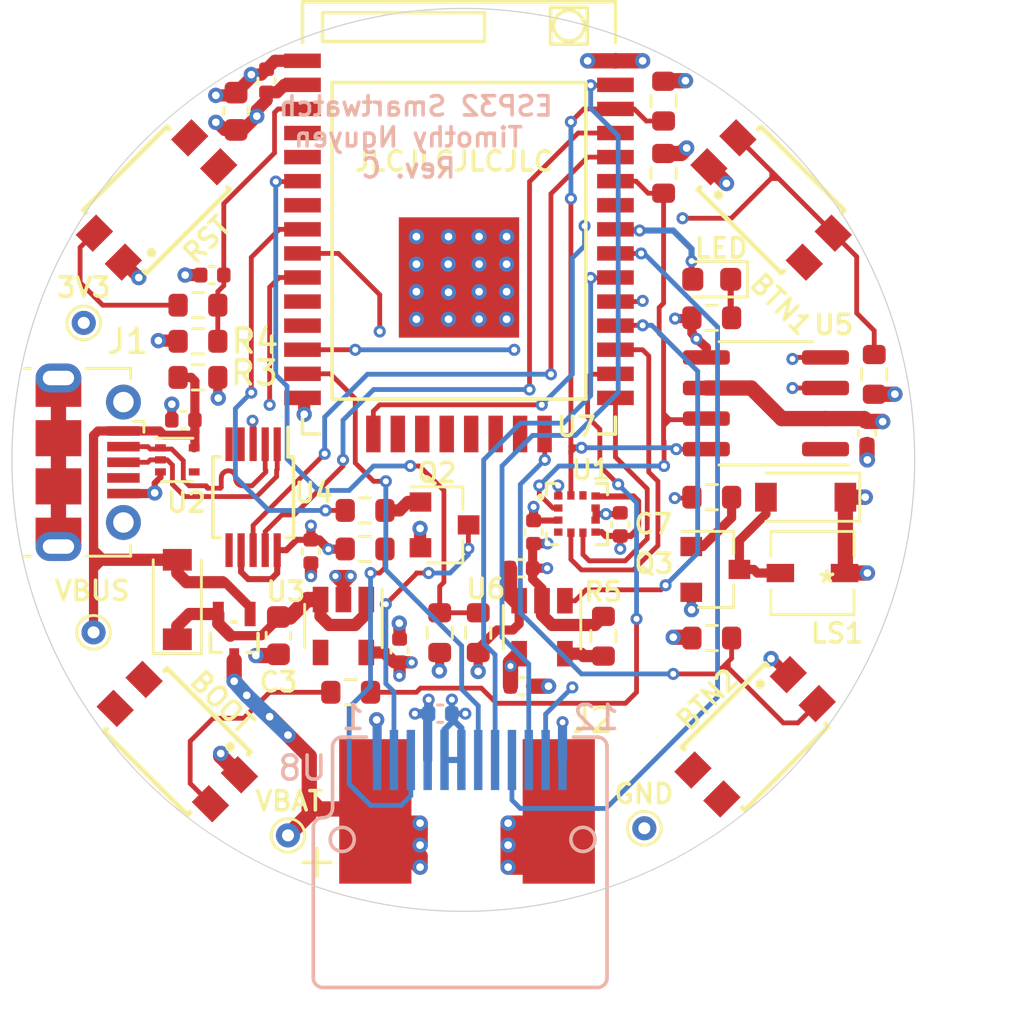
<source format=kicad_pcb>
(kicad_pcb (version 20171130) (host pcbnew "(5.1.10)-1")
  (layers (0 F.Cu signal) (1 In1.Cu power) (2 In2.Cu power) (31 B.Cu signal) (34 B.Paste user hide) (35 F.Paste user hide) (36 B.SilkS user) (37 F.SilkS user) (38 B.Mask user) (39 F.Mask user hide) (44 Edge.Cuts user))
  (net 0 "")
  (net 1 VBUS)
  (net 2 GND)
  (net 3 +3V3)
  (net 4 VBAT)
  (net 5 /BOOT)
  (net 6 "Net-(D2-Pad1)")
  (net 7 "Net-(J1-Pad4)")
  (net 8 "Net-(Q2-Pad1)")
  (net 9 "Net-(Q2-Pad3)")
  (net 10 "Net-(Q3-Pad1)")
  (net 11 /SDA)
  (net 12 /SCL)
  (net 13 /BAT_LVL)
  (net 14 /LEDK)
  (net 15 /BTN1)
  (net 16 /BTN2)
  (net 17 "Net-(U1-Pad11)")
  (net 18 /BMA_INT2)
  (net 19 /BMA_INT1)
  (net 20 "Net-(U1-Pad4)")
  (net 21 "Net-(U2-Pad4)")
  (net 22 "Net-(U3-Pad4)")
  (net 23 /TXD0)
  (net 24 /RXD0)
  (net 25 "Net-(U5-Pad1)")
  (net 26 /~DS_INT)
  (net 27 /~RST)
  (net 28 /BAT_STAT)
  (net 29 /TFT_DC)
  (net 30 /~TFT_RST)
  (net 31 /MOSI)
  (net 32 /SCLK)
  (net 33 /~TFT_CS)
  (net 34 /D-)
  (net 35 /D+)
  (net 36 "Net-(U4-Pad6)")
  (net 37 "Net-(U4-Pad5)")
  (net 38 "Net-(U4-Pad4)")
  (net 39 "Net-(J1-Pad6)")
  (net 40 "Net-(C3-Pad1)")
  (net 41 /IO19)
  (net 42 "Net-(D3-Pad2)")
  (net 43 "Net-(R5-Pad1)")
  (net 44 "Net-(BOOT1-Pad2)")
  (net 45 /ALARM)
  (net 46 "Net-(R13-Pad1)")
  (net 47 "Net-(R15-Pad2)")
  (net 48 "Net-(U7-Pad22)")
  (net 49 "Net-(U7-Pad21)")
  (net 50 "Net-(U7-Pad20)")
  (net 51 "Net-(U7-Pad19)")
  (net 52 "Net-(U7-Pad18)")
  (net 53 "Net-(U7-Pad17)")
  (net 54 "Net-(U7-Pad32)")
  (net 55 "Net-(U7-Pad4)")
  (net 56 "Net-(U7-Pad5)")
  (net 57 "Net-(U7-Pad11)")
  (net 58 "Net-(U7-Pad12)")
  (net 59 "Net-(U7-Pad7)")
  (net 60 /~DS_RST)
  (module custom-footprints:IC_BMA400 (layer F.Cu) (at 173.8 91.15)
    (fp_text reference U1 (at 0.58624 -1.83598) (layer F.SilkS) (effects (font (size 0.8 0.8))))
    (fp_text value BMA423)
    (pad 12 smd rect (at -0.25 -0.775) (size 0.3 0.35) (layers F.Cu) (net 12 /SCL))
    (pad 11 smd rect (at 0.25 -0.775) (size 0.3 0.35) (layers F.Cu) (net 17 "Net-(U1-Pad11)"))
    (pad 1 smd rect (at -0.775 -0.75) (size 0.35 0.3) (layers F.Cu) (net 2 GND))
    (pad 10 smd rect (at 0.775 -0.75) (size 0.35 0.3) (layers F.Cu) (net 3 +3V3))
    (pad 5 smd rect (at -0.25 0.775) (size 0.3 0.35) (layers F.Cu) (net 19 /BMA_INT1))
    (pad 6 smd rect (at 0.25 0.775) (size 0.3 0.35) (layers F.Cu) (net 18 /BMA_INT2))
    (pad 4 smd rect (at -0.775 0.75) (size 0.35 0.3) (layers F.Cu) (net 20 "Net-(U1-Pad4)"))
    (pad 7 smd rect (at 0.775 0.75) (size 0.35 0.3) (layers F.Cu) (net 3 +3V3))
    (pad 2 smd rect (at -0.775 -0.25) (size 0.35 0.3) (layers F.Cu) (net 11 /SDA))
    (pad 3 smd rect (at -0.775 0.25) (size 0.35 0.3) (layers F.Cu) (net 3 +3V3))
    (pad 9 smd rect (at 0.775 -0.25) (size 0.35 0.3) (layers F.Cu) (net 2 GND))
    (pad 8 smd rect (at 0.775 0.25) (size 0.35 0.3) (layers F.Cu) (net 2 GND))
  )
  (module TestPoint:TestPoint_THTPad_D1.0mm_Drill0.5mm (layer F.Cu) (at 153.3144 83.2104)
    (fp_text reference 3V3 (at 0 -1.4732) (layer F.SilkS) (effects (font (size 0.8 0.8))))
    (fp_text value +3V3)
    (pad 1 thru_hole circle (at 0 0) (size 1 1) (drill 0.5) (layers *.Cu *.Mask) (net 3 +3V3))
  )
  (module open-Smartwatch:GC9A01_IPS_display_under (layer B.Cu) (at 169.35 101.55)
    (fp_text reference U8 (at -6.95 0.15) (layer B.SilkS) (effects (justify mirror)))
    (fp_text value GC9A01_IPS_display_SPI)
    (fp_text user 12 (at 5.25 -1.95) (layer B.SilkS) (effects (justify mirror)))
    (fp_text user 1 (at -4.85 -1.95) (layer B.SilkS) (effects (justify mirror)))
    (pad 6 smd rect (at -0.35 -0.1865) (size 0.35 2.5) (layers B.Cu B.Paste B.Mask) (net 2 GND))
    (pad 5 smd rect (at -1.05 -0.1865) (size 0.35 2.5) (layers B.Cu B.Paste B.Mask) (net 2 GND))
    (pad 4 smd rect (at -1.75 -0.1865) (size 0.35 2.5) (layers B.Cu B.Paste B.Mask) (net 3 +3V3))
    (pad 3 smd rect (at -2.45 -0.1865) (size 0.35 2.5) (layers B.Cu B.Paste B.Mask) (net 47 "Net-(R15-Pad2)"))
    (pad 2 smd rect (at -3.15 -0.1865) (size 0.35 2.5) (layers B.Cu B.Paste B.Mask) (net 9 "Net-(Q2-Pad3)"))
    (pad 1 smd rect (at -3.85 -0.1865) (size 0.35 2.5) (layers B.Cu B.Paste B.Mask) (net 2 GND))
    (pad 7 smd rect (at 0.35 -0.1865) (size 0.35 2.5) (layers B.Cu B.Paste B.Mask) (net 29 /TFT_DC))
    (pad 8 smd rect (at 1.05 -0.1865) (size 0.35 2.5) (layers B.Cu B.Paste B.Mask) (net 33 /~TFT_CS))
    (pad 9 smd rect (at 1.75 -0.1865) (size 0.35 2.5) (layers B.Cu B.Paste B.Mask) (net 32 /SCLK))
    (pad 10 smd rect (at 2.45 -0.1865) (size 0.35 2.5) (layers B.Cu B.Paste B.Mask) (net 31 /MOSI))
    (pad 11 smd rect (at 3.15 -0.1865) (size 0.35 2.5) (layers B.Cu B.Paste B.Mask) (net 30 /~TFT_RST))
    (pad 12 smd rect (at 3.85 -0.1865) (size 0.35 2.5) (layers B.Cu B.Paste B.Mask) (net 2 GND))
  )
  (module Capacitor_SMD:C_0402_1005Metric (layer F.Cu) (at 172 91.9 90)
    (fp_text reference C1 hide)
    (fp_text value 0.1uF)
    (pad 2 smd roundrect (at 0.48 0 90) (size 0.56 0.62) (layers F.Cu F.Paste F.Mask) (net 3 +3V3))
    (pad 1 smd roundrect (at -0.48 0 90) (size 0.56 0.62) (layers F.Cu F.Paste F.Mask) (net 2 GND))
  )
  (module Package_SO:MSOP-10_3x3mm_P0.5mm (layer F.Cu) (at 160.35 90.45 270)
    (fp_text reference U4 (at -0.18094 -2.52496 180) (layer F.SilkS) (effects (font (size 0.8 0.8))))
    (fp_text value CH340E)
    (pad 10 smd rect (at 2.2 -1 270) (size 1.4 0.3) (layers F.Cu F.Paste F.Mask) (net 3 +3V3))
    (pad 9 smd rect (at 2.2 -0.5 270) (size 1.4 0.3) (layers F.Cu F.Paste F.Mask) (net 23 /TXD0))
    (pad 8 smd rect (at 2.2 0 270) (size 1.4 0.3) (layers F.Cu F.Paste F.Mask) (net 24 /RXD0))
    (pad 7 smd rect (at 2.2 0.5 270) (size 1.4 0.3) (layers F.Cu F.Paste F.Mask) (net 3 +3V3))
    (pad 6 smd rect (at 2.2 1 270) (size 1.4 0.3) (layers F.Cu F.Paste F.Mask) (net 36 "Net-(U4-Pad6)"))
    (pad 5 smd rect (at -2.2 1 270) (size 1.4 0.3) (layers F.Cu F.Paste F.Mask) (net 37 "Net-(U4-Pad5)"))
    (pad 4 smd rect (at -2.2 0.5 270) (size 1.4 0.3) (layers F.Cu F.Paste F.Mask) (net 38 "Net-(U4-Pad4)"))
    (pad 3 smd rect (at -2.2 0 270) (size 1.4 0.3) (layers F.Cu F.Paste F.Mask) (net 2 GND))
    (pad 2 smd rect (at -2.2 -0.5 270) (size 1.4 0.3) (layers F.Cu F.Paste F.Mask) (net 34 /D-))
    (pad 1 smd rect (at -2.2 -1 270) (size 1.4 0.3) (layers F.Cu F.Paste F.Mask) (net 35 /D+))
  )
  (module custom-footprints:Custom_pad (layer F.Cu) (at 168.6 103.5)
    (fp_text reference J2 (at 5.8472 -3.7796) (layer F.SilkS))
    (fp_text value LiPo_JST)
    (pad 2 smd rect (at 4.445 0) (size 3 6) (layers F.Cu F.Paste F.Mask) (net 2 GND))
    (pad 1 smd rect (at -3.175 0) (size 3 6) (layers F.Cu F.Paste F.Mask) (net 4 VBAT))
  )
  (module open-Smartwatch:ttgo-32-micro (layer F.Cu) (at 168.9 79.325)
    (fp_text reference U7 (at 4.87156 8.19832) (layer F.SilkS) (effects (font (size 0.8 0.8))))
    (fp_text value ttgo-32-micro)
    (pad 23 smd rect (at 3.556 8.5 90) (size 1.524 0.6) (layers F.Cu F.Paste F.Mask) (net 16 /BTN2))
    (pad 22 smd rect (at 2.54 8.5 90) (size 1.524 0.6) (layers F.Cu F.Paste F.Mask) (net 48 "Net-(U7-Pad22)"))
    (pad 21 smd rect (at 1.524 8.5 90) (size 1.524 0.6) (layers F.Cu F.Paste F.Mask) (net 49 "Net-(U7-Pad21)"))
    (pad 20 smd rect (at 0.508 8.5 90) (size 1.524 0.6) (layers F.Cu F.Paste F.Mask) (net 50 "Net-(U7-Pad20)"))
    (pad 19 smd rect (at -0.508 8.5 90) (size 1.524 0.6) (layers F.Cu F.Paste F.Mask) (net 51 "Net-(U7-Pad19)"))
    (pad 18 smd rect (at -1.524 8.5 90) (size 1.524 0.6) (layers F.Cu F.Paste F.Mask) (net 52 "Net-(U7-Pad18)"))
    (pad 17 smd rect (at -2.54 8.5 90) (size 1.524 0.6) (layers F.Cu F.Paste F.Mask) (net 53 "Net-(U7-Pad17)"))
    (pad 16 smd rect (at -3.556 8.5 90) (size 1.524 0.6) (layers F.Cu F.Paste F.Mask) (net 15 /BTN1))
    (pad 32 smd rect (at 6.5 -1) (size 1.524 0.6) (layers F.Cu F.Paste F.Mask) (net 54 "Net-(U7-Pad32)"))
    (pad 38 smd rect (at 6.5 -7) (size 1.524 0.6) (layers F.Cu F.Paste F.Mask) (net 2 GND))
    (pad 29 smd rect (at 6.5 2) (size 1.524 0.6) (layers F.Cu F.Paste F.Mask) (net 33 /~TFT_CS))
    (pad 30 smd rect (at 6.5 1) (size 1.524 0.6) (layers F.Cu F.Paste F.Mask) (net 32 /SCLK))
    (pad 37 smd rect (at 6.5 -6) (size 1.524 0.6) (layers F.Cu F.Paste F.Mask) (net 31 /MOSI))
    (pad 36 smd rect (at 6.5 -5) (size 1.524 0.6) (layers F.Cu F.Paste F.Mask) (net 12 /SCL))
    (pad 35 smd rect (at 6.5 -4) (size 1.524 0.6) (layers F.Cu F.Paste F.Mask) (net 23 /TXD0))
    (pad 34 smd rect (at 6.5 -3) (size 1.524 0.6) (layers F.Cu F.Paste F.Mask) (net 24 /RXD0))
    (pad 24 smd rect (at 6.5 7) (size 1.524 0.6) (layers F.Cu F.Paste F.Mask) (net 18 /BMA_INT2))
    (pad 25 smd rect (at 6.5 6) (size 1.524 0.6) (layers F.Cu F.Paste F.Mask) (net 5 /BOOT))
    (pad 31 smd rect (at 6.5 0) (size 1.524 0.6) (layers F.Cu F.Paste F.Mask) (net 41 /IO19))
    (pad 27 smd rect (at 6.5 4) (size 1.524 0.6) (layers F.Cu F.Paste F.Mask) (net 28 /BAT_STAT))
    (pad 33 smd rect (at 6.5 -2) (size 1.524 0.6) (layers F.Cu F.Paste F.Mask) (net 11 /SDA))
    (pad 28 smd rect (at 6.5 3) (size 1.524 0.6) (layers F.Cu F.Paste F.Mask) (net 60 /~DS_RST))
    (pad 26 smd rect (at 6.5 5) (size 1.524 0.6) (layers F.Cu F.Paste F.Mask) (net 19 /BMA_INT1))
    (pad 1 smd rect (at -6.5 -7) (size 1.524 0.6) (layers F.Cu F.Paste F.Mask) (net 2 GND))
    (pad 2 smd rect (at -6.5 -6) (size 1.524 0.6) (layers F.Cu F.Paste F.Mask) (net 3 +3V3))
    (pad 3 smd rect (at -6.5 -5) (size 1.524 0.6) (layers F.Cu F.Paste F.Mask) (net 27 /~RST))
    (pad 4 smd rect (at -6.5 -4) (size 1.524 0.6) (layers F.Cu F.Paste F.Mask) (net 55 "Net-(U7-Pad4)"))
    (pad 5 smd rect (at -6.5 -3) (size 1.524 0.6) (layers F.Cu F.Paste F.Mask) (net 56 "Net-(U7-Pad5)"))
    (pad 6 smd rect (at -6.5 -2) (size 1.524 0.6) (layers F.Cu F.Paste F.Mask) (net 13 /BAT_LVL))
    (pad 7 smd rect (at -6.5 -1) (size 1.524 0.6) (layers F.Cu F.Paste F.Mask) (net 59 "Net-(U7-Pad7)"))
    (pad 8 smd rect (at -6.5 0) (size 1.524 0.6) (layers F.Cu F.Paste F.Mask) (net 14 /LEDK))
    (pad 9 smd rect (at -6.5 1) (size 1.524 0.6) (layers F.Cu F.Paste F.Mask) (net 45 /ALARM))
    (pad 10 smd rect (at -6.5 2) (size 1.524 0.6) (layers F.Cu F.Paste F.Mask) (net 30 /~TFT_RST))
    (pad 11 smd rect (at -6.5 3) (size 1.524 0.6) (layers F.Cu F.Paste F.Mask) (net 57 "Net-(U7-Pad11)"))
    (pad 12 smd rect (at -6.5 4) (size 1.524 0.6) (layers F.Cu F.Paste F.Mask) (net 58 "Net-(U7-Pad12)"))
    (pad 13 smd rect (at -6.5 5) (size 1.524 0.6) (layers F.Cu F.Paste F.Mask) (net 26 /~DS_INT))
    (pad 14 smd rect (at -6.5 6) (size 1.524 0.6) (layers F.Cu F.Paste F.Mask) (net 29 /TFT_DC))
    (pad 15 smd rect (at -6.5 7) (size 1.524 0.6) (layers F.Cu F.Paste F.Mask) (net 2 GND))
    (pad EP smd rect (at 0 2) (size 5 5) (layers F.Cu F.Mask) (net 2 GND))
  )
  (module Package_TO_SOT_SMD:SOT-23-5 (layer F.Cu) (at 172.35 95.85 270)
    (fp_text reference U6 (at -1.59314 2.3351 180) (layer F.SilkS) (effects (font (size 0.8 0.8))))
    (fp_text value MCP73831-2-OT)
    (pad 5 smd rect (at 1.1 -0.95 270) (size 1.06 0.65) (layers F.Cu F.Paste F.Mask) (net 43 "Net-(R5-Pad1)"))
    (pad 4 smd rect (at 1.1 0.95 270) (size 1.06 0.65) (layers F.Cu F.Paste F.Mask) (net 1 VBUS))
    (pad 3 smd rect (at -1.1 0.95 270) (size 1.06 0.65) (layers F.Cu F.Paste F.Mask) (net 4 VBAT))
    (pad 2 smd rect (at -1.1 0 270) (size 1.06 0.65) (layers F.Cu F.Paste F.Mask) (net 2 GND))
    (pad 1 smd rect (at -1.1 -0.95 270) (size 1.06 0.65) (layers F.Cu F.Paste F.Mask) (net 28 /BAT_STAT))
  )
  (module Package_SO:SOIC-8_3.9x4.9mm_P1.27mm (layer F.Cu) (at 181.65 86.55 180)
    (fp_text reference U5 (at -2.81496 3.25832) (layer F.SilkS) (effects (font (size 0.8 0.8))))
    (fp_text value DS3231MZ)
    (pad 8 smd roundrect (at 2.475 -1.905 180) (size 1.95 0.6) (layers F.Cu F.Paste F.Mask) (net 12 /SCL))
    (pad 7 smd roundrect (at 2.475 -0.635 180) (size 1.95 0.6) (layers F.Cu F.Paste F.Mask) (net 11 /SDA))
    (pad 6 smd roundrect (at 2.475 0.635 180) (size 1.95 0.6) (layers F.Cu F.Paste F.Mask) (net 3 +3V3))
    (pad 5 smd roundrect (at 2.475 1.905 180) (size 1.95 0.6) (layers F.Cu F.Paste F.Mask) (net 2 GND))
    (pad 4 smd roundrect (at -2.475 1.905 180) (size 1.95 0.6) (layers F.Cu F.Paste F.Mask) (net 60 /~DS_RST))
    (pad 3 smd roundrect (at -2.475 0.635 180) (size 1.95 0.6) (layers F.Cu F.Paste F.Mask) (net 26 /~DS_INT))
    (pad 2 smd roundrect (at -2.475 -0.635 180) (size 1.95 0.6) (layers F.Cu F.Paste F.Mask) (net 3 +3V3))
    (pad 1 smd roundrect (at -2.475 -1.905 180) (size 1.95 0.6) (layers F.Cu F.Paste F.Mask) (net 25 "Net-(U5-Pad1)"))
  )
  (module Package_TO_SOT_SMD:SOT-23-5 (layer F.Cu) (at 164.1 95.8 270)
    (fp_text reference U3 (at -1.43138 2.39344 180) (layer F.SilkS) (effects (font (size 0.8 0.8))))
    (fp_text value XC6220B331MR)
    (pad 5 smd rect (at 1.1 -0.95 270) (size 1.06 0.65) (layers F.Cu F.Paste F.Mask) (net 3 +3V3))
    (pad 4 smd rect (at 1.1 0.95 270) (size 1.06 0.65) (layers F.Cu F.Paste F.Mask) (net 22 "Net-(U3-Pad4)"))
    (pad 3 smd rect (at -1.1 0.95 270) (size 1.06 0.65) (layers F.Cu F.Paste F.Mask) (net 40 "Net-(C3-Pad1)"))
    (pad 2 smd rect (at -1.1 0 270) (size 1.06 0.65) (layers F.Cu F.Paste F.Mask) (net 2 GND))
    (pad 1 smd rect (at -1.1 -0.95 270) (size 1.06 0.65) (layers F.Cu F.Paste F.Mask) (net 40 "Net-(C3-Pad1)"))
  )
  (module Package_TO_SOT_SMD:SOT-553 (layer F.Cu) (at 157.2 88.9)
    (fp_text reference U2 (at 0.37906 1.76784) (layer F.SilkS) (effects (font (size 0.8 0.8))))
    (fp_text value TPD3E001DRLR)
    (pad 4 smd rect (at 0.7 0.5) (size 0.45 0.3) (layers F.Cu F.Paste F.Mask) (net 21 "Net-(U2-Pad4)"))
    (pad 2 smd rect (at -0.7 0) (size 0.45 0.3) (layers F.Cu F.Paste F.Mask) (net 35 /D+))
    (pad 5 smd rect (at 0.7 -0.5) (size 0.45 0.3) (layers F.Cu F.Paste F.Mask) (net 1 VBUS))
    (pad 3 smd rect (at -0.7 0.5) (size 0.45 0.3) (layers F.Cu F.Paste F.Mask) (net 2 GND))
    (pad 1 smd rect (at -0.7 -0.5) (size 0.45 0.3) (layers F.Cu F.Paste F.Mask) (net 34 /D-))
  )
  (module TestPoint:TestPoint_THTPad_D1.0mm_Drill0.5mm (layer F.Cu) (at 176.6 104.2)
    (fp_text reference GND (at -0.0192 -1.4316) (layer F.SilkS) (effects (font (size 0.8 0.8))))
    (fp_text value GND)
    (pad 1 thru_hole circle (at 0 0) (size 1 1) (drill 0.5) (layers *.Cu *.Mask) (net 2 GND))
  )
  (module TestPoint:TestPoint_THTPad_D1.0mm_Drill0.5mm (layer F.Cu) (at 161.798 104.4956)
    (fp_text reference VBAT (at 0.0508 -1.4224) (layer F.SilkS) (effects (font (size 0.8 0.8))))
    (fp_text value VBAT)
    (pad 1 thru_hole circle (at 0 0) (size 1 1) (drill 0.5) (layers *.Cu *.Mask) (net 4 VBAT))
  )
  (module TestPoint:TestPoint_THTPad_D1.0mm_Drill0.5mm (layer F.Cu) (at 153.7208 96.0628)
    (fp_text reference VBUS (at -0.0508 -1.7272) (layer F.SilkS) (effects (font (size 0.8 0.8))))
    (fp_text value VBUS)
    (pad 1 thru_hole circle (at 0 0) (size 1 1) (drill 0.5) (layers *.Cu *.Mask) (net 1 VBUS))
  )
  (module custom-footprints:switch (layer F.Cu) (at 156.337 78.105 225)
    (fp_text reference RST (at -0.314309 -2.649176 45) (layer F.SilkS) (effects (font (size 0.8 0.8) (thickness 0.153))))
    (fp_text value SW2)
    (pad 2 smd rect (at 2.8 0.85 225) (size 1.2 1) (layers F.Cu F.Paste F.Mask) (net 46 "Net-(R13-Pad1)"))
    (pad 1 smd rect (at 2.8 -0.85 225) (size 1.2 1) (layers F.Cu F.Paste F.Mask) (net 2 GND))
    (pad 3 smd rect (at -2.8 -0.85 225) (size 1.2 1) (layers F.Cu F.Paste F.Mask))
    (pad 4 smd rect (at -2.8 0.85 225) (size 1.2 1) (layers F.Cu F.Paste F.Mask))
  )
  (module Resistor_SMD:R_0603_1608Metric (layer F.Cu) (at 179.4 96.3)
    (fp_text reference R16 hide)
    (fp_text value 10K)
    (pad 2 smd roundrect (at 0.825 0) (size 0.8 0.95) (layers F.Cu F.Paste F.Mask) (net 16 /BTN2))
    (pad 1 smd roundrect (at -0.825 0) (size 0.8 0.95) (layers F.Cu F.Paste F.Mask) (net 3 +3V3))
  )
  (module Resistor_SMD:R_0603_1608Metric (layer F.Cu) (at 165 92.6)
    (fp_text reference R15 hide)
    (fp_text value 22)
    (pad 2 smd roundrect (at 0.825 0) (size 0.8 0.95) (layers F.Cu F.Paste F.Mask) (net 47 "Net-(R15-Pad2)"))
    (pad 1 smd roundrect (at -0.825 0) (size 0.8 0.95) (layers F.Cu F.Paste F.Mask) (net 3 +3V3))
  )
  (module Resistor_SMD:R_0603_1608Metric (layer F.Cu) (at 186.15 85.35 90)
    (fp_text reference R14 hide)
    (fp_text value 10K)
    (pad 2 smd roundrect (at 0.825 0 90) (size 0.8 0.95) (layers F.Cu F.Paste F.Mask) (net 15 /BTN1))
    (pad 1 smd roundrect (at -0.825 0 90) (size 0.8 0.95) (layers F.Cu F.Paste F.Mask) (net 3 +3V3))
  )
  (module Resistor_SMD:R_0603_1608Metric (layer F.Cu) (at 158.057 82.4755)
    (fp_text reference R13 hide)
    (fp_text value 330)
    (pad 2 smd roundrect (at 0.825 0) (size 0.8 0.95) (layers F.Cu F.Paste F.Mask) (net 27 /~RST))
    (pad 1 smd roundrect (at -0.825 0) (size 0.8 0.95) (layers F.Cu F.Paste F.Mask) (net 46 "Net-(R13-Pad1)"))
  )
  (module Resistor_SMD:R_0603_1608Metric (layer F.Cu) (at 179.4 90.45)
    (fp_text reference R12 hide)
    (fp_text value 150)
    (pad 2 smd roundrect (at 0.825 0) (size 0.8 0.95) (layers F.Cu F.Paste F.Mask) (net 10 "Net-(Q3-Pad1)"))
    (pad 1 smd roundrect (at -0.825 0) (size 0.8 0.95) (layers F.Cu F.Paste F.Mask) (net 45 /ALARM))
  )
  (module Resistor_SMD:R_0603_1608Metric (layer F.Cu) (at 164.402 98.552)
    (fp_text reference R11 hide)
    (fp_text value 330)
    (pad 2 smd roundrect (at 0.825 0) (size 0.8 0.95) (layers F.Cu F.Paste F.Mask) (net 5 /BOOT))
    (pad 1 smd roundrect (at -0.825 0) (size 0.8 0.95) (layers F.Cu F.Paste F.Mask) (net 44 "Net-(BOOT1-Pad2)"))
  )
  (module Resistor_SMD:R_0603_1608Metric (layer F.Cu) (at 165 91)
    (fp_text reference R10 hide)
    (fp_text value 150)
    (pad 2 smd roundrect (at 0.825 0) (size 0.8 0.95) (layers F.Cu F.Paste F.Mask) (net 8 "Net-(Q2-Pad1)"))
    (pad 1 smd roundrect (at -0.825 0) (size 0.8 0.95) (layers F.Cu F.Paste F.Mask) (net 14 /LEDK))
  )
  (module Resistor_SMD:R_0603_1608Metric (layer F.Cu) (at 179.4 83 180)
    (fp_text reference R9 hide)
    (fp_text value 330)
    (pad 2 smd roundrect (at 0.825 0 180) (size 0.8 0.95) (layers F.Cu F.Paste F.Mask) (net 2 GND))
    (pad 1 smd roundrect (at -0.825 0 180) (size 0.8 0.95) (layers F.Cu F.Paste F.Mask) (net 6 "Net-(D2-Pad1)"))
  )
  (module Resistor_SMD:R_0603_1608Metric (layer F.Cu) (at 168.1 96.075 270)
    (fp_text reference R8 hide)
    (fp_text value 100K)
    (pad 2 smd roundrect (at 0.825 0 270) (size 0.8 0.95) (layers F.Cu F.Paste F.Mask) (net 2 GND))
    (pad 1 smd roundrect (at -0.825 0 270) (size 0.8 0.95) (layers F.Cu F.Paste F.Mask) (net 13 /BAT_LVL))
  )
  (module Resistor_SMD:R_0603_1608Metric (layer F.Cu) (at 169.7 96.075 90)
    (fp_text reference R7 hide)
    (fp_text value 100K)
    (pad 2 smd roundrect (at 0.825 0 90) (size 0.8 0.95) (layers F.Cu F.Paste F.Mask) (net 13 /BAT_LVL))
    (pad 1 smd roundrect (at -0.825 0 90) (size 0.8 0.95) (layers F.Cu F.Paste F.Mask) (net 4 VBAT))
  )
  (module Resistor_SMD:R_0603_1608Metric (layer F.Cu) (at 174.9 96.225 90)
    (fp_text reference R5 (at 1.8386 -0.01338 180) (layer F.SilkS) (effects (font (size 0.8 0.8))))
    (fp_text value 4.7K)
    (pad 2 smd roundrect (at 0.825 0 90) (size 0.8 0.95) (layers F.Cu F.Paste F.Mask) (net 2 GND))
    (pad 1 smd roundrect (at -0.825 0 90) (size 0.8 0.95) (layers F.Cu F.Paste F.Mask) (net 43 "Net-(R5-Pad1)"))
  )
  (module Resistor_SMD:R_0603_1608Metric (layer F.Cu) (at 158.057 83.9755)
    (fp_text reference R4 (at 2.3694 -0.0031) (layer F.SilkS))
    (fp_text value 10K)
    (pad 2 smd roundrect (at 0.825 0) (size 0.8 0.95) (layers F.Cu F.Paste F.Mask) (net 27 /~RST))
    (pad 1 smd roundrect (at -0.825 0) (size 0.8 0.95) (layers F.Cu F.Paste F.Mask) (net 3 +3V3))
  )
  (module Resistor_SMD:R_0603_1608Metric (layer F.Cu) (at 158.057 85.4755)
    (fp_text reference R3 (at 2.344 -0.1823) (layer F.SilkS))
    (fp_text value 100K)
    (pad 2 smd roundrect (at 0.825 0) (size 0.8 0.95) (layers F.Cu F.Paste F.Mask) (net 2 GND))
    (pad 1 smd roundrect (at -0.825 0) (size 0.8 0.95) (layers F.Cu F.Paste F.Mask) (net 1 VBUS))
  )
  (module Resistor_SMD:R_0603_1608Metric (layer F.Cu) (at 177.4 74 270)
    (fp_text reference R2 hide)
    (fp_text value 4.7K)
    (pad 2 smd roundrect (at 0.825 0 270) (size 0.8 0.95) (layers F.Cu F.Paste F.Mask) (net 12 /SCL))
    (pad 1 smd roundrect (at -0.825 0 270) (size 0.8 0.95) (layers F.Cu F.Paste F.Mask) (net 3 +3V3))
  )
  (module Resistor_SMD:R_0603_1608Metric (layer F.Cu) (at 177.4 77 270)
    (fp_text reference R1 hide)
    (fp_text value 4.7K)
    (pad 2 smd roundrect (at 0.825 0 270) (size 0.8 0.95) (layers F.Cu F.Paste F.Mask) (net 11 /SDA))
    (pad 1 smd roundrect (at -0.825 0 270) (size 0.8 0.95) (layers F.Cu F.Paste F.Mask) (net 3 +3V3))
  )
  (module Package_TO_SOT_SMD:SOT-23 (layer F.Cu) (at 179.55 93.45)
    (fp_text reference Q3 (at -2.55 -0.23708) (layer F.SilkS) (effects (font (size 0.8 0.8))))
    (fp_text value BSS123)
    (pad 3 smd rect (at 1 0) (size 0.9 0.8) (layers F.Cu F.Paste F.Mask) (net 42 "Net-(D3-Pad2)"))
    (pad 2 smd rect (at -1 0.95) (size 0.9 0.8) (layers F.Cu F.Paste F.Mask) (net 2 GND))
    (pad 1 smd rect (at -1 -0.95) (size 0.9 0.8) (layers F.Cu F.Paste F.Mask) (net 10 "Net-(Q3-Pad1)"))
  )
  (module Package_TO_SOT_SMD:SOT-23 (layer F.Cu) (at 168.3 91.6)
    (fp_text reference Q2 (at -0.3171 -2.16406) (layer F.SilkS) (effects (font (size 0.8 0.8))))
    (fp_text value BSS123)
    (pad 3 smd rect (at 1 0) (size 0.9 0.8) (layers F.Cu F.Paste F.Mask) (net 9 "Net-(Q2-Pad3)"))
    (pad 2 smd rect (at -1 0.95) (size 0.9 0.8) (layers F.Cu F.Paste F.Mask) (net 2 GND))
    (pad 1 smd rect (at -1 -0.95) (size 0.9 0.8) (layers F.Cu F.Paste F.Mask) (net 8 "Net-(Q2-Pad1)"))
  )
  (module Package_TO_SOT_SMD:SOT65P210X110-3N (layer F.Cu) (at 159.5628 96.266 270)
    (fp_text reference Q1 hide)
    (fp_text value SI1317DL-T1-GE3 hide)
    (pad 1 smd rect (at -0.9652 -0.6604) (size 0.4572 1.016) (layers F.Cu F.Paste F.Mask) (net 1 VBUS))
    (pad 2 smd rect (at -0.9652 0.6604) (size 0.4572 1.016) (layers F.Cu F.Paste F.Mask) (net 40 "Net-(C3-Pad1)"))
    (pad 3 smd rect (at 0.9652 0) (size 0.4064 1.016) (layers F.Cu F.Paste F.Mask) (net 4 VBAT))
  )
  (module custom-footprints:SMT-0340-T-R (layer F.Cu) (at 183.5835 93.6 180)
    (fp_text reference LS1 (at -1.02878 -2.50344) (layer F.SilkS) (effects (font (size 0.8 0.8))))
    (fp_text value ‎SMT-0340-T-R‎ hide)
    (fp_text user * (at -0.6 -0.45) (layer F.SilkS))
    (pad 1 smd rect (at -1.3335 0 180) (size 1.143 0.762) (layers F.Cu F.Paste F.Mask) (net 3 +3V3))
    (pad 2 smd rect (at 1.3335 0 180) (size 1.143 0.762) (layers F.Cu F.Paste F.Mask) (net 42 "Net-(D3-Pad2)"))
  )
  (module Connector_USB:USB_Micro-B_Molex-105017-0001 (layer F.Cu) (at 153.5 89 270)
    (fp_text reference J1 (at -5.0276 -1.6432 180) (layer F.SilkS))
    (fp_text value USB_B_Micro)
    (pad 6 smd rect (at -2.9 1.2375 270) (size 1.2 1.9) (layers F.Cu F.Mask) (net 39 "Net-(J1-Pad6)"))
    (pad 6 smd rect (at 2.9 1.2375 270) (size 1.2 1.9) (layers F.Cu F.Mask) (net 39 "Net-(J1-Pad6)"))
    (pad 6 thru_hole oval (at 3.5 1.2375 270) (size 1.2 1.9) (drill oval 0.6 1.3) (layers *.Cu *.Mask))
    (pad 6 thru_hole oval (at -3.5 1.2375 90) (size 1.2 1.9) (drill oval 0.6 1.3) (layers *.Cu *.Mask))
    (pad 6 smd rect (at -1 1.2375 270) (size 1.5 1.9) (layers F.Cu F.Paste F.Mask) (net 39 "Net-(J1-Pad6)"))
    (pad 6 thru_hole circle (at 2.5 -1.4625 270) (size 1.45 1.45) (drill 0.85) (layers *.Cu *.Mask))
    (pad 3 smd rect (at 0 -1.4625 270) (size 0.4 1.35) (layers F.Cu F.Paste F.Mask) (net 35 /D+))
    (pad 4 smd rect (at 0.65 -1.4625 270) (size 0.4 1.35) (layers F.Cu F.Paste F.Mask) (net 7 "Net-(J1-Pad4)"))
    (pad 5 smd rect (at 1.3 -1.4625 270) (size 0.4 1.35) (layers F.Cu F.Paste F.Mask) (net 2 GND))
    (pad 1 smd rect (at -1.3 -1.4625 270) (size 0.4 1.35) (layers F.Cu F.Paste F.Mask) (net 1 VBUS))
    (pad 2 smd rect (at -0.65 -1.4625 270) (size 0.4 1.35) (layers F.Cu F.Paste F.Mask) (net 34 /D-))
    (pad 6 thru_hole circle (at -2.5 -1.4625 270) (size 1.45 1.45) (drill 0.85) (layers *.Cu *.Mask))
    (pad 6 smd rect (at 1 1.2375 270) (size 1.5 1.9) (layers F.Cu F.Paste F.Mask) (net 39 "Net-(J1-Pad6)"))
  )
  (module Diode_SMD:D_SOD-123 (layer F.Cu) (at 183.3 90.45 180)
    (fp_text reference D3 hide)
    (fp_text value MBR120LSF)
    (pad 1 smd rect (at -1.65 0 180) (size 0.9 1.2) (layers F.Cu F.Paste F.Mask) (net 3 +3V3))
    (pad 2 smd rect (at 1.65 0 180) (size 0.9 1.2) (layers F.Cu F.Paste F.Mask) (net 42 "Net-(D3-Pad2)"))
  )
  (module LED_SMD:LED_0603_1608Metric (layer F.Cu) (at 179.4 81.4 180)
    (fp_text reference LED (at -0.39898 1.2884) (layer F.SilkS) (effects (font (size 0.8 0.8))))
    (fp_text value STATUS)
    (pad 2 smd roundrect (at 0.7875 0 180) (size 0.875 0.95) (layers F.Cu F.Paste F.Mask) (net 41 /IO19))
    (pad 1 smd roundrect (at -0.7875 0 180) (size 0.875 0.95) (layers F.Cu F.Paste F.Mask) (net 6 "Net-(D2-Pad1)"))
  )
  (module Diode_SMD:D_SOD-123 (layer F.Cu) (at 157.2 94.7 90)
    (fp_text reference D1 hide)
    (fp_text value MBR120LSF)
    (pad 2 smd rect (at 1.65 0 90) (size 0.9 1.2) (layers F.Cu F.Paste F.Mask) (net 1 VBUS))
    (pad 1 smd rect (at -1.65 0 90) (size 0.9 1.2) (layers F.Cu F.Paste F.Mask) (net 40 "Net-(C3-Pad1)"))
  )
  (module Capacitor_SMD:C_0402_1005Metric (layer B.Cu) (at 168.12 99.441)
    (fp_text reference C13 hide)
    (fp_text value 0.1uF)
    (pad 2 smd roundrect (at 0.48 0) (size 0.56 0.62) (layers B.Cu B.Paste B.Mask) (net 2 GND))
    (pad 1 smd roundrect (at -0.48 0) (size 0.56 0.62) (layers B.Cu B.Paste B.Mask) (net 3 +3V3))
  )
  (module Capacitor_SMD:C_0402_1005Metric (layer F.Cu) (at 171.48 93.4)
    (fp_text reference C12 hide)
    (fp_text value 4.7uF)
    (pad 2 smd roundrect (at 0.48 0) (size 0.56 0.62) (layers F.Cu F.Paste F.Mask) (net 2 GND))
    (pad 1 smd roundrect (at -0.48 0) (size 0.56 0.62) (layers F.Cu F.Paste F.Mask) (net 4 VBAT))
  )
  (module Capacitor_SMD:C_0402_1005Metric (layer F.Cu) (at 171.52 98.3)
    (fp_text reference C11 hide)
    (fp_text value 4.7uF)
    (pad 2 smd roundrect (at 0.48 0) (size 0.56 0.62) (layers F.Cu F.Paste F.Mask) (net 2 GND))
    (pad 1 smd roundrect (at -0.48 0) (size 0.56 0.62) (layers F.Cu F.Paste F.Mask) (net 1 VBUS))
  )
  (module Capacitor_SMD:C_0402_1005Metric (layer F.Cu) (at 158.651 81.2255 180)
    (fp_text reference C10 hide)
    (fp_text value 0.1uF)
    (pad 2 smd roundrect (at 0.48 0 180) (size 0.56 0.62) (layers F.Cu F.Paste F.Mask) (net 2 GND))
    (pad 1 smd roundrect (at -0.48 0 180) (size 0.56 0.62) (layers F.Cu F.Paste F.Mask) (net 27 /~RST))
  )
  (module Capacitor_SMD:C_0402_1005Metric (layer F.Cu) (at 160.909 73.152 90)
    (fp_text reference C9 hide)
    (fp_text value 0.1uF)
    (pad 2 smd roundrect (at 0.48 0 90) (size 0.56 0.62) (layers F.Cu F.Paste F.Mask) (net 2 GND))
    (pad 1 smd roundrect (at -0.48 0 90) (size 0.56 0.62) (layers F.Cu F.Paste F.Mask) (net 3 +3V3))
  )
  (module Capacitor_SMD:C_0603_1608Metric (layer F.Cu) (at 159.639 74.422 90)
    (fp_text reference C8 hide)
    (fp_text value 10uF)
    (pad 2 smd roundrect (at 0.775 0 90) (size 0.9 0.95) (layers F.Cu F.Paste F.Mask) (net 2 GND))
    (pad 1 smd roundrect (at -0.775 0 90) (size 0.9 0.95) (layers F.Cu F.Paste F.Mask) (net 3 +3V3))
  )
  (module Capacitor_SMD:C_0402_1005Metric (layer F.Cu) (at 175.6 91.58 90)
    (fp_text reference C7 (at 0.01046 1.37196 180) (layer F.SilkS) (effects (font (size 0.8 0.8))))
    (fp_text value 0.1uF)
    (pad 2 smd roundrect (at 0.48 0 90) (size 0.56 0.62) (layers F.Cu F.Paste F.Mask) (net 2 GND))
    (pad 1 smd roundrect (at -0.48 0 90) (size 0.56 0.62) (layers F.Cu F.Paste F.Mask) (net 3 +3V3))
  )
  (module Capacitor_SMD:C_0402_1005Metric (layer F.Cu) (at 162.75 92.7 90)
    (fp_text reference C6 hide)
    (fp_text value 0.1uF)
    (pad 2 smd roundrect (at 0.48 0 90) (size 0.56 0.62) (layers F.Cu F.Paste F.Mask) (net 3 +3V3))
    (pad 1 smd roundrect (at -0.48 0 90) (size 0.56 0.62) (layers F.Cu F.Paste F.Mask) (net 2 GND))
  )
  (module Capacitor_SMD:C_0402_1005Metric (layer F.Cu) (at 166.4335 96.82 90)
    (fp_text reference C5 hide)
    (fp_text value 4.7uF)
    (pad 2 smd roundrect (at 0.48 0 90) (size 0.56 0.62) (layers F.Cu F.Paste F.Mask) (net 2 GND))
    (pad 1 smd roundrect (at -0.48 0 90) (size 0.56 0.62) (layers F.Cu F.Paste F.Mask) (net 3 +3V3))
  )
  (module Capacitor_SMD:C_0402_1005Metric (layer F.Cu) (at 185.85 87.78 270)
    (fp_text reference C4 hide)
    (fp_text value 0.1uF)
    (pad 2 smd roundrect (at 0.48 0 270) (size 0.56 0.62) (layers F.Cu F.Paste F.Mask) (net 2 GND))
    (pad 1 smd roundrect (at -0.48 0 270) (size 0.56 0.62) (layers F.Cu F.Paste F.Mask) (net 3 +3V3))
  )
  (module Capacitor_SMD:C_0603_1608Metric (layer F.Cu) (at 161.4 96.2 270)
    (fp_text reference C3 (at 1.93036 -0.0043 180) (layer F.SilkS) (effects (font (size 0.8 0.8))))
    (fp_text value 10uF)
    (pad 2 smd roundrect (at 0.775 0 270) (size 0.9 0.95) (layers F.Cu F.Paste F.Mask) (net 2 GND))
    (pad 1 smd roundrect (at -0.775 0 270) (size 0.9 0.95) (layers F.Cu F.Paste F.Mask) (net 40 "Net-(C3-Pad1)"))
  )
  (module Capacitor_SMD:C_0402_1005Metric (layer F.Cu) (at 157.45 87.25 180)
    (fp_text reference C2 hide)
    (fp_text value 0.1uF)
    (pad 2 smd roundrect (at 0.48 0 180) (size 0.56 0.62) (layers F.Cu F.Paste F.Mask) (net 2 GND))
    (pad 1 smd roundrect (at -0.48 0 180) (size 0.56 0.62) (layers F.Cu F.Paste F.Mask) (net 1 VBUS))
  )
  (module custom-footprints:switch (layer F.Cu) (at 181.2 100.4 45)
    (fp_text reference BTN2 (at -0.307167 -2.489582 225) (layer F.SilkS) (effects (font (size 0.8 0.8) (thickness 0.153))))
    (fp_text value SW4)
    (pad 2 smd rect (at 2.8 0.85 45) (size 1.2 1) (layers F.Cu F.Paste F.Mask) (net 16 /BTN2))
    (pad 1 smd rect (at 2.8 -0.85 45) (size 1.2 1) (layers F.Cu F.Paste F.Mask) (net 2 GND))
    (pad 3 smd rect (at -2.8 -0.85 45) (size 1.2 1) (layers F.Cu F.Paste F.Mask))
    (pad 4 smd rect (at -2.8 0.85 45) (size 1.2 1) (layers F.Cu F.Paste F.Mask))
  )
  (module custom-footprints:switch (layer F.Cu) (at 181.864 78.105 135)
    (fp_text reference BTN1 (at -3.349636 -2.767715 135) (layer F.SilkS) (effects (font (size 0.8 0.8) (thickness 0.153))))
    (fp_text value SW3)
    (pad 4 smd rect (at -2.8 0.85 135) (size 1.2 1) (layers F.Cu F.Paste F.Mask) (net 15 /BTN1))
    (pad 3 smd rect (at -2.8 -0.85 135) (size 1.2 1) (layers F.Cu F.Paste F.Mask))
    (pad 1 smd rect (at 2.8 -0.85 135) (size 1.2 1) (layers F.Cu F.Paste F.Mask) (net 2 GND))
    (pad 2 smd rect (at 2.8 0.85 135) (size 1.2 1) (layers F.Cu F.Paste F.Mask) (net 15 /BTN1))
  )
  (module custom-footprints:switch (layer F.Cu) (at 157.2 100.6 315)
    (fp_text reference BOOT (at 0.150755 -2.472328 135) (layer F.SilkS) (effects (font (size 0.8 0.8) (thickness 0.153))))
    (fp_text value SW1)
    (pad 2 smd rect (at 2.8 0.85 315) (size 1.2 1) (layers F.Cu F.Paste F.Mask) (net 44 "Net-(BOOT1-Pad2)"))
    (pad 1 smd rect (at 2.8 -0.85 315) (size 1.2 1) (layers F.Cu F.Paste F.Mask) (net 2 GND))
    (pad 3 smd rect (at -2.8 -0.85 315) (size 1.2 1) (layers F.Cu F.Paste F.Mask))
    (pad 4 smd rect (at -2.8 0.85 315) (size 1.2 1) (layers F.Cu F.Paste F.Mask))
  )
  (gr_text "JLCJLCJLCJLC\n" (at 168.7 76.5) (layer F.SilkS) (effects (font (size 0.8 0.8))))
  (gr_text + (at 163 105.5) (layer F.SilkS) (effects (font (size 1.5 1.5)) (justify mirror)))
  (gr_text "ESP32 Smartwatch \nTimothy Nguyen\nRev. C" (at 166.8 75.5) (layer B.SilkS) (effects (font (size 0.8 0.8)) (justify mirror)))
  (gr_circle (center 169.08 88.9) (end 187.83 88.9) (layer Edge.Cuts) (width 0.05))
  (via (at 167.132 79.629) (size 0.635) (drill 0.3175) (layers F.Cu B.Cu) (net 2))
  (via (at 168.4655 79.629) (size 0.635) (drill 0.3175) (layers F.Cu B.Cu) (net 2))
  (via (at 169.7355 79.629) (size 0.635) (drill 0.3175) (layers F.Cu B.Cu) (net 2))
  (via (at 170.8785 79.629) (size 0.635) (drill 0.3175) (layers F.Cu B.Cu) (net 2))
  (via (at 170.8785 80.772) (size 0.635) (drill 0.3175) (layers F.Cu B.Cu) (net 2))
  (via (at 169.7355 80.772) (size 0.635) (drill 0.3175) (layers F.Cu B.Cu) (net 2))
  (via (at 168.4528 80.772) (size 0.635) (drill 0.3175) (layers F.Cu B.Cu) (net 2))
  (via (at 167.132 80.772) (size 0.635) (drill 0.3175) (layers F.Cu B.Cu) (net 2))
  (via (at 167.132 81.915) (size 0.635) (drill 0.3175) (layers F.Cu B.Cu) (net 2))
  (via (at 168.4655 81.9404) (size 0.635) (drill 0.3175) (layers F.Cu B.Cu) (net 2))
  (via (at 169.7355 81.915) (size 0.635) (drill 0.3175) (layers F.Cu B.Cu) (net 2))
  (via (at 170.8785 81.915) (size 0.635) (drill 0.3175) (layers F.Cu B.Cu) (net 2))
  (via (at 170.8785 83.058) (size 0.635) (drill 0.3175) (layers F.Cu B.Cu) (net 2))
  (via (at 169.7355 83.058) (size 0.635) (drill 0.3175) (layers F.Cu B.Cu) (net 2))
  (via (at 168.4655 83.058) (size 0.635) (drill 0.3175) (layers F.Cu B.Cu) (net 2))
  (via (at 167.132 83.058) (size 0.635) (drill 0.3175) (layers F.Cu B.Cu) (net 2))
  (via (at 180.0098 77.4192) (size 0.635) (drill 0.3175) (layers F.Cu B.Cu) (net 2))
  (via (at 178.3588 75.946) (size 0.635) (drill 0.3175) (layers F.Cu B.Cu) (net 3))
  (via (at 167.2844 105.8164) (size 0.635) (drill 0.3175) (layers F.Cu B.Cu) (net 4))
  (via (at 167.2844 104.902) (size 0.635) (drill 0.3175) (layers F.Cu B.Cu) (net 4))
  (via (at 167.2844 103.9876) (size 0.635) (drill 0.3175) (layers F.Cu B.Cu) (net 4))
  (via (at 177.8762 83.0326) (size 0.5) (drill 0.25) (layers F.Cu B.Cu) (net 2))
  (via (at 155.6004 81.3308) (size 0.635) (drill 0.3175) (layers F.Cu B.Cu) (net 2))
  (via (at 167.2844 91.7448) (size 0.635) (drill 0.3175) (layers F.Cu B.Cu) (net 2))
  (via (at 160.4645 97.028) (size 0.635) (drill 0.3175) (layers F.Cu B.Cu) (net 2))
  (via (at 156.972 86.5886) (size 0.635) (drill 0.3175) (layers F.Cu B.Cu) (net 2))
  (via (at 160.5026 74.6252) (size 0.635) (drill 0.3175) (layers F.Cu B.Cu) (net 3))
  (via (at 158.8008 74.8792) (size 0.635) (drill 0.3175) (layers F.Cu B.Cu) (net 3))
  (segment (start 171.04 97.31) (end 171.04 97.4634) (width 0.635) (layer F.Cu) (net 1))
  (segment (start 171.4 96.95) (end 171.04 97.31) (width 0.635) (layer F.Cu) (net 1))
  (segment (start 157.232 85.4755) (end 157.2432 85.4755) (width 0.381) (layer F.Cu) (net 1))
  (segment (start 157.232 85.4755) (end 157.7766 85.4755) (width 0.381) (layer F.Cu) (net 1))
  (segment (start 157.93 85.6289) (end 157.93 87.25) (width 0.381) (layer F.Cu) (net 1))
  (segment (start 157.7766 85.4755) (end 157.93 85.6289) (width 0.381) (layer F.Cu) (net 1))
  (segment (start 157.93 88.37) (end 157.9 88.4) (width 0.381) (layer F.Cu) (net 1))
  (segment (start 156.46298 87.7) (end 156.64049 87.87751) (width 0.381) (layer F.Cu) (net 1))
  (segment (start 154.9625 87.7) (end 156.46298 87.7) (width 0.381) (layer F.Cu) (net 1))
  (segment (start 157.78959 87.87751) (end 157.93 87.7371) (width 0.381) (layer F.Cu) (net 1))
  (segment (start 156.64049 87.87751) (end 157.78959 87.87751) (width 0.381) (layer F.Cu) (net 1))
  (segment (start 157.93 87.7371) (end 157.93 88.37) (width 0.381) (layer F.Cu) (net 1))
  (segment (start 157.93 87.25) (end 157.93 87.7371) (width 0.381) (layer F.Cu) (net 1))
  (segment (start 153.7208 87.8857) (end 153.7208 92.3036) (width 0.381) (layer F.Cu) (net 1))
  (segment (start 153.9065 87.7) (end 153.7208 87.8857) (width 0.381) (layer F.Cu) (net 1))
  (segment (start 154.9625 87.7) (end 153.9065 87.7) (width 0.381) (layer F.Cu) (net 1))
  (segment (start 171.04 97.4634) (end 171.04 98.3) (width 0.635) (layer F.Cu) (net 1))
  (via (at 171.04 97.4634) (size 0.5) (drill 0.25) (layers F.Cu B.Cu) (net 1))
  (segment (start 153.7208 92.3036) (end 153.7208 92.7792) (width 0.381) (layer F.Cu) (net 1))
  (segment (start 153.7208 92.7792) (end 153.7208 93.2208) (width 0.381) (layer F.Cu) (net 1))
  (segment (start 153.75 93.05) (end 153.7208 93.0208) (width 0.381) (layer F.Cu) (net 1))
  (segment (start 153.7208 93.0208) (end 153.7208 92.8376) (width 0.381) (layer F.Cu) (net 1))
  (segment (start 153.7208 93.2208) (end 153.7208 93.0208) (width 0.381) (layer F.Cu) (net 1))
  (segment (start 154.0916 93.05) (end 153.7208 93.4208) (width 0.381) (layer F.Cu) (net 1))
  (segment (start 154.25 93.05) (end 154.0916 93.05) (width 0.381) (layer F.Cu) (net 1))
  (segment (start 153.7208 93.2208) (end 153.7208 93.4208) (width 0.381) (layer F.Cu) (net 1))
  (segment (start 157.2 93.05) (end 154.25 93.05) (width 0.381) (layer F.Cu) (net 1))
  (segment (start 153.7208 93.4208) (end 153.7208 96.0628) (width 0.381) (layer F.Cu) (net 1))
  (segment (start 153.7208 92.3036) (end 153.7208 92.6208) (width 0.381) (layer F.Cu) (net 1))
  (segment (start 153.7208 92.6208) (end 154.15 93.05) (width 0.381) (layer F.Cu) (net 1))
  (segment (start 154.15 93.05) (end 153.75 93.05) (width 0.381) (layer F.Cu) (net 1))
  (segment (start 154.25 93.05) (end 154.15 93.05) (width 0.381) (layer F.Cu) (net 1))
  (segment (start 154.15 93.05) (end 157.2 93.05) (width 0.508) (layer F.Cu) (net 1))
  (segment (start 157.58 93.98) (end 159.08 93.98) (width 0.508) (layer F.Cu) (net 1))
  (segment (start 157.2 93.6) (end 157.58 93.98) (width 0.508) (layer F.Cu) (net 1))
  (segment (start 157.2 93.05) (end 157.2 93.6) (width 0.508) (layer F.Cu) (net 1))
  (segment (start 159.08 93.98) (end 159.18 93.98) (width 0.381) (layer F.Cu) (net 1))
  (segment (start 160.2232 95.0232) (end 160.2232 95.3008) (width 0.381) (layer F.Cu) (net 1))
  (segment (start 159.18 93.98) (end 160.2232 95.0232) (width 0.381) (layer F.Cu) (net 1))
  (via (at 176.53 72.3265) (size 0.635) (drill 0.3175) (layers F.Cu B.Cu) (net 2))
  (via (at 174.244 72.3265) (size 0.635) (drill 0.3175) (layers F.Cu B.Cu) (net 2))
  (via (at 168.0845 97.663) (size 0.635) (drill 0.3175) (layers F.Cu B.Cu) (net 2))
  (via (at 170.942 105.8164) (size 0.635) (drill 0.3175) (layers F.Cu B.Cu) (net 2))
  (via (at 170.942 104.902) (size 0.635) (drill 0.3175) (layers F.Cu B.Cu) (net 2))
  (via (at 170.942 103.9876) (size 0.635) (drill 0.3175) (layers F.Cu B.Cu) (net 2))
  (via (at 181.864 97.155) (size 0.635) (drill 0.3175) (layers F.Cu B.Cu) (net 2))
  (via (at 178.562 95.123) (size 0.635) (drill 0.3175) (layers F.Cu B.Cu) (net 2))
  (via (at 185.8645 88.9) (size 0.635) (drill 0.3175) (layers F.Cu B.Cu) (net 2))
  (segment (start 185.85 88.8855) (end 185.8645 88.9) (width 0.635) (layer F.Cu) (net 2))
  (segment (start 185.85 88.26) (end 185.85 88.8855) (width 0.635) (layer F.Cu) (net 2))
  (segment (start 178.55 94.4) (end 178.55 94.627) (width 0.381) (layer F.Cu) (net 2))
  (segment (start 178.55 95.111) (end 178.562 95.123) (width 0.381) (layer F.Cu) (net 2))
  (segment (start 178.55 94.4) (end 178.55 95.111) (width 0.381) (layer F.Cu) (net 2))
  (segment (start 181.914798 97.155) (end 182.578858 97.81906) (width 0.381) (layer F.Cu) (net 2))
  (segment (start 181.864 97.155) (end 181.914798 97.155) (width 0.381) (layer F.Cu) (net 2))
  (segment (start 172.5574 103.9876) (end 173.045 103.5) (width 0.635) (layer F.Cu) (net 2))
  (segment (start 170.942 103.9876) (end 170.942 105.8164) (width 0.635) (layer F.Cu) (net 2))
  (segment (start 171.643 104.902) (end 173.045 103.5) (width 0.635) (layer F.Cu) (net 2))
  (segment (start 171.3484 104.648) (end 171.6024 104.902) (width 0.635) (layer F.Cu) (net 2))
  (segment (start 171.3484 103.9876) (end 171.3484 104.648) (width 0.635) (layer F.Cu) (net 2))
  (segment (start 171.6024 104.902) (end 171.643 104.902) (width 0.635) (layer F.Cu) (net 2))
  (segment (start 170.942 104.902) (end 171.6024 104.902) (width 0.635) (layer F.Cu) (net 2))
  (segment (start 170.942 103.9876) (end 171.3484 103.9876) (width 0.635) (layer F.Cu) (net 2))
  (segment (start 171.3484 103.9876) (end 172.5574 103.9876) (width 0.635) (layer F.Cu) (net 2))
  (segment (start 170.942 105.8164) (end 171.5516 105.8164) (width 0.635) (layer F.Cu) (net 2))
  (segment (start 171.3179 105.5827) (end 171.5516 105.8164) (width 0.635) (layer F.Cu) (net 2))
  (segment (start 171.3179 105.2271) (end 171.3179 105.5827) (width 0.635) (layer F.Cu) (net 2))
  (segment (start 171.3179 105.2271) (end 173.045 103.5) (width 0.635) (layer F.Cu) (net 2))
  (segment (start 172 98.3) (end 172.6184 98.298) (width 0.635) (layer F.Cu) (net 2))
  (via (at 172.6184 98.298) (size 0.635) (drill 0.3175) (layers F.Cu B.Cu) (net 2))
  (segment (start 175.55 91.15) (end 175.6 91.1) (width 0.254) (layer F.Cu) (net 2))
  (segment (start 174.575 91.15) (end 174.9785 91.15) (width 0.254) (layer F.Cu) (net 2))
  (segment (start 174.575 90.9) (end 174.575 91.15) (width 0.254) (layer F.Cu) (net 2))
  (segment (start 174.575 91.15) (end 174.575 91.4) (width 0.254) (layer F.Cu) (net 2))
  (segment (start 174.9785 91.15) (end 175.0039 91.15) (width 0.254) (layer F.Cu) (net 2))
  (via (at 173.0248 89.9668) (size 0.5) (drill 0.25) (layers F.Cu B.Cu) (net 2))
  (segment (start 173.0375 90.3875) (end 173.025 90.4) (width 0.254) (layer F.Cu) (net 2))
  (segment (start 173.0248 89.9668) (end 173.0375 90.3875) (width 0.254) (layer F.Cu) (net 2))
  (segment (start 175.0039 91.15) (end 175.55 91.15) (width 0.254) (layer F.Cu) (net 2))
  (via (at 175.0039 91.15) (size 0.5) (drill 0.25) (layers F.Cu B.Cu) (net 2))
  (segment (start 171.96 93.4) (end 171.96 93.851) (width 0.381) (layer F.Cu) (net 2))
  (segment (start 172.35 94.241) (end 172.35 94.75) (width 0.381) (layer F.Cu) (net 2))
  (segment (start 171.96 93.851) (end 172.35 94.241) (width 0.381) (layer F.Cu) (net 2))
  (segment (start 172 92.38) (end 172 92.4648) (width 0.381) (layer F.Cu) (net 2))
  (segment (start 171.96 92.42) (end 171.98672 92.39328) (width 0.381) (layer F.Cu) (net 2))
  (segment (start 171.96 93.4) (end 171.96 92.42) (width 0.381) (layer F.Cu) (net 2))
  (segment (start 172.5634 93.4) (end 171.96 93.4) (width 0.381) (layer F.Cu) (net 2))
  (via (at 172.5634 93.4) (size 0.5) (drill 0.25) (layers F.Cu B.Cu) (net 2))
  (segment (start 171.98672 92.39328) (end 172 92.38) (width 0.381) (layer F.Cu) (net 2))
  (via (at 172.57776 92.36964) (size 0.5) (drill 0.25) (layers F.Cu B.Cu) (net 2))
  (segment (start 172.5674 92.38) (end 172.57776 92.36964) (width 0.381) (layer F.Cu) (net 2))
  (segment (start 172 92.38) (end 172.5674 92.38) (width 0.381) (layer F.Cu) (net 2))
  (segment (start 168.1 97.6475) (end 168.0845 97.663) (width 0.381) (layer F.Cu) (net 2))
  (segment (start 168.1 96.9) (end 168.1 97.6475) (width 0.381) (layer F.Cu) (net 2))
  (segment (start 168.3 101.3635) (end 169 101.3635) (width 0.254) (layer B.Cu) (net 2))
  (segment (start 168.6 99.441) (end 168.6 99.4485) (width 0.254) (layer B.Cu) (net 2))
  (segment (start 168.72325 99.56425) (end 168.6 99.441) (width 0.254) (layer B.Cu) (net 2))
  (segment (start 168.5925 99.4335) (end 168.6 99.441) (width 0.254) (layer B.Cu) (net 2))
  (segment (start 168.6052 98.8568) (end 168.5925 99.4335) (width 0.254) (layer B.Cu) (net 2))
  (via (at 168.6052 98.8568) (size 0.5) (drill 0.25) (layers F.Cu B.Cu) (net 2))
  (segment (start 168.656 99.441) (end 168.6 99.441) (width 0.254) (layer B.Cu) (net 2))
  (via (at 169.164 99.441) (size 0.5) (drill 0.25) (layers F.Cu B.Cu) (net 2))
  (segment (start 168.6 99.441) (end 169.164 99.441) (width 0.254) (layer B.Cu) (net 2))
  (segment (start 168.3 101.3635) (end 168.3 101.321) (width 0.254) (layer B.Cu) (net 2))
  (segment (start 168.6 99.8018) (end 168.6 99.441) (width 0.254) (layer B.Cu) (net 2))
  (segment (start 168.3 100.1018) (end 168.6 99.8018) (width 0.254) (layer B.Cu) (net 2))
  (segment (start 168.6 99.8018) (end 168.7628 99.8018) (width 0.254) (layer B.Cu) (net 2))
  (segment (start 169 100.039) (end 169 101.3635) (width 0.254) (layer B.Cu) (net 2))
  (segment (start 168.7628 99.8018) (end 169 100.039) (width 0.254) (layer B.Cu) (net 2))
  (segment (start 168.3 101.321) (end 168.3 100.1018) (width 0.254) (layer B.Cu) (net 2))
  (via (at 165.481 99.695) (size 0.635) (drill 0.3175) (layers F.Cu B.Cu) (net 2))
  (segment (start 165.5 99.714) (end 165.481 99.695) (width 0.381) (layer B.Cu) (net 2))
  (segment (start 165.5 101.3635) (end 165.5 99.714) (width 0.381) (layer B.Cu) (net 2))
  (segment (start 175.3985 72.3265) (end 175.4 72.325) (width 0.635) (layer F.Cu) (net 2))
  (segment (start 174.244 72.3265) (end 175.3985 72.3265) (width 0.635) (layer F.Cu) (net 2))
  (segment (start 175.4015 72.3265) (end 175.4 72.325) (width 0.635) (layer F.Cu) (net 2))
  (segment (start 176.53 72.3265) (end 175.4015 72.3265) (width 0.635) (layer F.Cu) (net 2))
  (via (at 158.8008 73.7616) (size 0.635) (drill 0.3175) (layers F.Cu B.Cu) (net 2))
  (via (at 160.274 72.898) (size 0.635) (drill 0.3175) (layers F.Cu B.Cu) (net 2))
  (segment (start 159.639 73.647) (end 159.639 73.4314) (width 0.381) (layer F.Cu) (net 2))
  (segment (start 160.274 73.012) (end 159.639 73.647) (width 0.508) (layer F.Cu) (net 2))
  (segment (start 160.274 72.898) (end 160.274 73.012) (width 0.508) (layer F.Cu) (net 2))
  (segment (start 160.683 72.898) (end 160.909 72.672) (width 0.508) (layer F.Cu) (net 2))
  (segment (start 160.274 72.898) (end 160.683 72.898) (width 0.508) (layer F.Cu) (net 2))
  (segment (start 161.256 72.325) (end 162.4 72.325) (width 0.508) (layer F.Cu) (net 2))
  (segment (start 160.909 72.672) (end 161.256 72.325) (width 0.508) (layer F.Cu) (net 2))
  (segment (start 159.5244 73.7616) (end 159.639 73.647) (width 0.508) (layer F.Cu) (net 2))
  (segment (start 158.8008 73.7616) (end 159.5244 73.7616) (width 0.508) (layer F.Cu) (net 2))
  (segment (start 156.97 86.5906) (end 156.972 86.5886) (width 0.381) (layer F.Cu) (net 2))
  (segment (start 156.97 87.25) (end 156.97 86.5906) (width 0.381) (layer F.Cu) (net 2))
  (via (at 178.308 73.152) (size 0.635) (drill 0.3175) (layers F.Cu B.Cu) (net 3))
  (via (at 167.0685 99.441) (size 0.5) (drill 0.25) (layers F.Cu B.Cu) (net 3))
  (via (at 172 90.85) (size 0.5) (drill 0.25) (layers F.Cu B.Cu) (net 3))
  (via (at 185.8645 93.599) (size 0.635) (drill 0.3175) (layers F.Cu B.Cu) (net 3))
  (via (at 187.0075 86.1695) (size 0.635) (drill 0.3175) (layers F.Cu B.Cu) (net 3))
  (via (at 177.8 96.266) (size 0.635) (drill 0.3175) (layers F.Cu B.Cu) (net 3))
  (segment (start 184.95 93.567) (end 184.917 93.6) (width 0.635) (layer F.Cu) (net 3))
  (segment (start 184.95 90.45) (end 184.95 92.418) (width 0.635) (layer F.Cu) (net 3))
  (segment (start 184.95 92.418) (end 184.95 93.567) (width 0.635) (layer F.Cu) (net 3))
  (segment (start 184.95 90.45) (end 185.775 90.45) (width 0.635) (layer F.Cu) (net 3))
  (segment (start 178.541 96.266) (end 178.575 96.3) (width 0.635) (layer F.Cu) (net 3))
  (segment (start 177.8 96.266) (end 178.541 96.266) (width 0.635) (layer F.Cu) (net 3))
  (segment (start 179.175 85.915) (end 181.038 85.915) (width 0.635) (layer F.Cu) (net 3))
  (segment (start 182.308 87.185) (end 184.125 87.185) (width 0.635) (layer F.Cu) (net 3))
  (segment (start 181.038 85.915) (end 182.308 87.185) (width 0.635) (layer F.Cu) (net 3))
  (segment (start 185.85 87.3) (end 185.85 87.3) (width 0.635) (layer F.Cu) (net 3))
  (via (at 186.4995 87.3125) (size 0.635) (drill 0.3175) (layers F.Cu B.Cu) (net 3))
  (segment (start 185.735 87.185) (end 185.85 87.3) (width 0.635) (layer F.Cu) (net 3))
  (segment (start 186.487 87.3) (end 186.4995 87.3125) (width 0.635) (layer F.Cu) (net 3))
  (segment (start 185.85 87.3) (end 186.487 87.3) (width 0.635) (layer F.Cu) (net 3))
  (segment (start 184.125 87.185) (end 185.735 87.185) (width 0.635) (layer F.Cu) (net 3))
  (segment (start 187.002 86.175) (end 187.0075 86.1695) (width 0.635) (layer F.Cu) (net 3))
  (segment (start 186.15 86.175) (end 187.002 86.175) (width 0.635) (layer F.Cu) (net 3))
  (via (at 185.775 90.45) (size 0.635) (drill 0.3175) (layers F.Cu B.Cu) (net 3))
  (segment (start 185.8635 93.6) (end 185.8645 93.599) (width 0.635) (layer F.Cu) (net 3))
  (segment (start 184.917 93.6) (end 185.8635 93.6) (width 0.635) (layer F.Cu) (net 3))
  (segment (start 172 90.85) (end 172 91.42) (width 0.381) (layer F.Cu) (net 3))
  (segment (start 173.005 91.42) (end 173.025 91.4) (width 0.254) (layer F.Cu) (net 3))
  (segment (start 172 91.42) (end 173.005 91.42) (width 0.254) (layer F.Cu) (net 3))
  (segment (start 174.575 91.9) (end 174.831 91.9) (width 0.254) (layer F.Cu) (net 3))
  (segment (start 174.991 92.06) (end 175.6 92.06) (width 0.254) (layer F.Cu) (net 3))
  (segment (start 174.831 91.9) (end 174.991 92.06) (width 0.254) (layer F.Cu) (net 3))
  (segment (start 175.6 92.624) (end 175.5775 92.6465) (width 0.254) (layer F.Cu) (net 3))
  (segment (start 175.6 92.06) (end 176.037 92.06) (width 0.254) (layer F.Cu) (net 3))
  (segment (start 176.037 92.06) (end 176.3395 91.7575) (width 0.254) (layer F.Cu) (net 3))
  (segment (start 176.3395 91.7575) (end 176.3395 90.6145) (width 0.254) (layer F.Cu) (net 3))
  (segment (start 174.595001 90.420001) (end 174.575 90.4) (width 0.254) (layer F.Cu) (net 3))
  (segment (start 176.145001 90.420001) (end 174.595001 90.420001) (width 0.254) (layer F.Cu) (net 3))
  (segment (start 176.3395 90.6145) (end 176.145001 90.420001) (width 0.254) (layer F.Cu) (net 3))
  (segment (start 175.6 92.5928) (end 175.6 92.06) (width 0.254) (layer F.Cu) (net 3))
  (via (at 175.6 92.5928) (size 0.5) (drill 0.25) (layers F.Cu B.Cu) (net 3))
  (segment (start 175.6 92.5928) (end 175.6 92.624) (width 0.254) (layer F.Cu) (net 3))
  (via (at 167.64 98.8568) (size 0.5) (drill 0.25) (layers F.Cu B.Cu) (net 3))
  (segment (start 167.6 99.481) (end 167.64 99.441) (width 0.381) (layer B.Cu) (net 3))
  (segment (start 167.6 101.3635) (end 167.6 99.481) (width 0.381) (layer B.Cu) (net 3))
  (segment (start 167.0685 99.441) (end 167.64 99.441) (width 0.381) (layer B.Cu) (net 3))
  (segment (start 167.64 98.8568) (end 167.64 99.441) (width 0.381) (layer B.Cu) (net 3))
  (segment (start 177.4 73.175) (end 177.4 73.171) (width 0.635) (layer F.Cu) (net 3))
  (segment (start 177.419 73.152) (end 178.308 73.152) (width 0.635) (layer F.Cu) (net 3))
  (segment (start 177.4 73.171) (end 177.419 73.152) (width 0.635) (layer F.Cu) (net 3))
  (segment (start 159.9308 75.197) (end 160.5026 74.6252) (width 0.508) (layer F.Cu) (net 3))
  (segment (start 159.639 75.197) (end 159.9308 75.197) (width 0.508) (layer F.Cu) (net 3))
  (segment (start 160.5026 74.6252) (end 160.5026 74.3712) (width 0.508) (layer F.Cu) (net 3))
  (segment (start 160.909 73.9648) (end 160.909 73.632) (width 0.508) (layer F.Cu) (net 3))
  (segment (start 160.5026 74.3712) (end 160.909 73.9648) (width 0.508) (layer F.Cu) (net 3))
  (segment (start 160.909 73.632) (end 161.3434 73.632) (width 0.508) (layer F.Cu) (net 3))
  (segment (start 161.6504 73.325) (end 162.4 73.325) (width 0.508) (layer F.Cu) (net 3))
  (segment (start 161.3434 73.632) (end 161.6504 73.325) (width 0.508) (layer F.Cu) (net 3))
  (segment (start 158.8008 74.8792) (end 158.8516 74.8792) (width 0.508) (layer F.Cu) (net 3))
  (segment (start 159.1694 75.197) (end 159.639 75.197) (width 0.508) (layer F.Cu) (net 3))
  (segment (start 158.8516 74.8792) (end 159.1694 75.197) (width 0.508) (layer F.Cu) (net 3))
  (via (at 156.4132 83.947) (size 0.635) (drill 0.3175) (layers F.Cu B.Cu) (net 3))
  (segment (start 157.2035 83.947) (end 157.232 83.9755) (width 0.508) (layer F.Cu) (net 3))
  (segment (start 156.4132 83.947) (end 157.2035 83.947) (width 0.508) (layer F.Cu) (net 3))
  (via (at 158.9024 86.3346) (size 0.635) (drill 0.3175) (layers F.Cu B.Cu) (net 2))
  (segment (start 158.882 86.3142) (end 158.9024 86.3346) (width 0.381) (layer F.Cu) (net 2))
  (segment (start 158.882 85.4755) (end 158.882 86.228) (width 0.381) (layer F.Cu) (net 2))
  (segment (start 159.004 101.201918) (end 159.78094 101.978858) (width 0.635) (layer F.Cu) (net 2))
  (segment (start 159.004 101.092) (end 159.004 101.201918) (width 0.635) (layer F.Cu) (net 2))
  (via (at 159.004 101.092) (size 0.635) (drill 0.3175) (layers F.Cu B.Cu) (net 2))
  (segment (start 161.347 97.028) (end 161.4 96.975) (width 0.635) (layer F.Cu) (net 2))
  (segment (start 160.4645 97.028) (end 161.347 97.028) (width 0.635) (layer F.Cu) (net 2))
  (segment (start 159.85 92.65) (end 159.85 93.556) (width 0.254) (layer F.Cu) (net 3))
  (segment (start 159.85 93.556) (end 160.147 93.853) (width 0.254) (layer F.Cu) (net 3))
  (segment (start 161.35 93.604) (end 161.35 92.65) (width 0.254) (layer F.Cu) (net 3))
  (segment (start 161.101 93.853) (end 161.35 93.604) (width 0.254) (layer F.Cu) (net 3))
  (segment (start 160.147 93.853) (end 161.101 93.853) (width 0.254) (layer F.Cu) (net 3))
  (segment (start 161.35 92.65) (end 161.731 92.65) (width 0.254) (layer F.Cu) (net 3))
  (segment (start 162.161 92.22) (end 162.75 92.22) (width 0.254) (layer F.Cu) (net 3))
  (segment (start 161.731 92.65) (end 162.161 92.22) (width 0.254) (layer F.Cu) (net 3))
  (via (at 163.4744 92.6084) (size 0.5) (drill 0.25) (layers F.Cu B.Cu) (net 3))
  (segment (start 163.086 92.22) (end 163.4744 92.6084) (width 0.381) (layer F.Cu) (net 3))
  (segment (start 162.75 92.22) (end 163.086 92.22) (width 0.381) (layer F.Cu) (net 3))
  (via (at 164.4015 93.726) (size 0.5) (drill 0.25) (layers F.Cu B.Cu) (net 2))
  (via (at 163.7665 93.726) (size 0.5) (drill 0.25) (layers F.Cu B.Cu) (net 2))
  (segment (start 164.1 94.0275) (end 164.4015 93.726) (width 0.508) (layer F.Cu) (net 2))
  (segment (start 164.1 94.7) (end 164.1 94.0275) (width 0.508) (layer F.Cu) (net 2))
  (segment (start 163.7665 93.726) (end 164.4015 93.726) (width 0.508) (layer F.Cu) (net 2))
  (segment (start 164.1 94.0595) (end 164.1 94.7) (width 0.508) (layer F.Cu) (net 2))
  (segment (start 163.7665 93.726) (end 164.1 94.0595) (width 0.508) (layer F.Cu) (net 2))
  (segment (start 164.1666 92.6084) (end 164.175 92.6) (width 0.381) (layer F.Cu) (net 3))
  (segment (start 163.4744 92.6084) (end 164.1666 92.6084) (width 0.381) (layer F.Cu) (net 3))
  (segment (start 165.05 96.9) (end 165.7975 96.9) (width 0.508) (layer F.Cu) (net 3))
  (segment (start 166.1975 97.3) (end 166.4335 97.3) (width 0.508) (layer F.Cu) (net 3))
  (segment (start 165.7975 96.9) (end 166.1975 97.3) (width 0.508) (layer F.Cu) (net 3))
  (segment (start 174.542 95.758) (end 174.9 95.4) (width 0.508) (layer F.Cu) (net 2))
  (segment (start 172.767198 95.758) (end 174.542 95.758) (width 0.508) (layer F.Cu) (net 2))
  (segment (start 172.35 95.340802) (end 172.767198 95.758) (width 0.508) (layer F.Cu) (net 2))
  (segment (start 172.35 94.75) (end 172.35 95.340802) (width 0.508) (layer F.Cu) (net 2))
  (via (at 162.7505 93.726) (size 0.5) (drill 0.25) (layers F.Cu B.Cu) (net 2))
  (segment (start 162.75 93.7255) (end 162.7505 93.726) (width 0.508) (layer F.Cu) (net 2))
  (segment (start 162.75 93.18) (end 162.75 93.7255) (width 0.508) (layer F.Cu) (net 2))
  (segment (start 167.2844 92.5344) (end 167.3 92.55) (width 0.508) (layer F.Cu) (net 2))
  (segment (start 167.2844 91.7448) (end 167.2844 92.5344) (width 0.508) (layer F.Cu) (net 2))
  (segment (start 157.5271 81.2255) (end 158.171 81.2255) (width 0.508) (layer F.Cu) (net 2))
  (via (at 157.5271 81.2255) (size 0.635) (drill 0.3175) (layers F.Cu B.Cu) (net 2))
  (segment (start 154.958142 80.688542) (end 155.6004 81.3308) (width 0.508) (layer F.Cu) (net 2))
  (segment (start 154.958142 80.68594) (end 154.958142 80.688542) (width 0.508) (layer F.Cu) (net 2))
  (via (at 173.2026 99.7966) (size 0.5) (drill 0.25) (layers F.Cu B.Cu) (net 2))
  (segment (start 173.2 99.7992) (end 173.2026 99.7966) (width 0.381) (layer B.Cu) (net 2))
  (segment (start 173.2 101.3635) (end 173.2 99.7992) (width 0.381) (layer B.Cu) (net 2))
  (segment (start 178.5424 83.0326) (end 178.575 83) (width 0.381) (layer F.Cu) (net 2))
  (segment (start 177.8762 83.0326) (end 178.5424 83.0326) (width 0.381) (layer F.Cu) (net 2))
  (segment (start 179.175 84.645) (end 179.175 84.2298) (width 0.381) (layer F.Cu) (net 2))
  (segment (start 178.575 83.6298) (end 178.575 83) (width 0.381) (layer F.Cu) (net 2))
  (segment (start 179.175 84.2298) (end 178.7652 83.8708) (width 0.381) (layer F.Cu) (net 2))
  (segment (start 178.7652 83.8708) (end 178.575 83.6298) (width 0.381) (layer F.Cu) (net 2))
  (via (at 178.7652 83.8708) (size 0.5) (drill 0.25) (layers F.Cu B.Cu) (net 2))
  (via (at 156.2608 90.2716) (size 0.635) (drill 0.3175) (layers F.Cu B.Cu) (net 2))
  (segment (start 156.5 89.4) (end 156.5 89.626) (width 0.254) (layer F.Cu) (net 2))
  (segment (start 156.2608 89.8652) (end 156.2608 90.2716) (width 0.254) (layer F.Cu) (net 2))
  (segment (start 156.5 89.626) (end 156.2608 89.8652) (width 0.254) (layer F.Cu) (net 2))
  (segment (start 156.2324 90.3) (end 156.2608 90.2716) (width 0.381) (layer F.Cu) (net 2))
  (segment (start 154.9625 90.3) (end 156.2324 90.3) (width 0.381) (layer F.Cu) (net 2))
  (segment (start 158.882 86.228) (end 158.882 86.3142) (width 0.381) (layer F.Cu) (net 2))
  (via (at 160.3248 87.2744) (size 0.5) (drill 0.25) (layers F.Cu B.Cu) (net 2))
  (segment (start 160.35 87.2996) (end 160.3248 87.2744) (width 0.254) (layer F.Cu) (net 2))
  (segment (start 160.35 88.25) (end 160.35 87.2996) (width 0.254) (layer F.Cu) (net 2))
  (segment (start 166.4335 96.2025) (end 166.4335 96.34) (width 0.508) (layer F.Cu) (net 2))
  (segment (start 166.4208 95.6818) (end 166.4335 96.2025) (width 0.508) (layer F.Cu) (net 2))
  (via (at 166.4208 95.6818) (size 0.635) (drill 0.3175) (layers F.Cu B.Cu) (net 2))
  (segment (start 179.316742 76.726142) (end 180.0098 77.4192) (width 0.635) (layer F.Cu) (net 2))
  (segment (start 179.28306 76.726142) (end 179.316742 76.726142) (width 0.635) (layer F.Cu) (net 2))
  (via (at 162.4711 87.0077) (size 0.635) (drill 0.3175) (layers F.Cu B.Cu) (net 2))
  (segment (start 162.4 86.325) (end 162.4172 86.325) (width 0.508) (layer F.Cu) (net 2))
  (segment (start 162.4711 86.3789) (end 162.4711 87.0077) (width 0.508) (layer F.Cu) (net 2))
  (segment (start 162.4172 86.325) (end 162.4711 86.3789) (width 0.508) (layer F.Cu) (net 2))
  (segment (start 166.642 97.3) (end 166.4335 97.3) (width 0.508) (layer F.Cu) (net 3))
  (segment (start 166.6695 97.3) (end 166.4335 97.3) (width 0.508) (layer F.Cu) (net 3))
  (segment (start 166.935972 97.314572) (end 166.6695 97.3) (width 0.508) (layer F.Cu) (net 3))
  (via (at 166.935972 97.314572) (size 0.5) (drill 0.25) (layers F.Cu B.Cu) (net 3))
  (via (at 166.4208 97.8662) (size 0.5) (drill 0.25) (layers F.Cu B.Cu) (net 3))
  (segment (start 166.4335 97.8535) (end 166.4208 97.8662) (width 0.508) (layer F.Cu) (net 3))
  (segment (start 166.4335 97.3) (end 166.4335 97.8535) (width 0.508) (layer F.Cu) (net 3))
  (segment (start 178.1298 76.175) (end 178.3588 75.946) (width 0.635) (layer F.Cu) (net 3))
  (segment (start 177.4 76.175) (end 178.1298 76.175) (width 0.635) (layer F.Cu) (net 3))
  (segment (start 162.75 91.631) (end 162.75 92.22) (width 0.381) (layer F.Cu) (net 3))
  (via (at 162.75 91.631) (size 0.5) (drill 0.25) (layers F.Cu B.Cu) (net 3))
  (via (at 169.6974 97.6884) (size 0.635) (drill 0.3175) (layers F.Cu B.Cu) (net 4))
  (segment (start 171.4 94.75) (end 171.25 94.75) (width 0.635) (layer F.Cu) (net 4))
  (segment (start 171 94.5) (end 171 93.4) (width 0.635) (layer F.Cu) (net 4))
  (segment (start 171.25 94.75) (end 171 94.5) (width 0.635) (layer F.Cu) (net 4))
  (segment (start 169.7 96.746) (end 169.7 96.9) (width 0.381) (layer F.Cu) (net 4))
  (segment (start 170.47849 95.96751) (end 169.7 96.746) (width 0.381) (layer F.Cu) (net 4))
  (segment (start 171.14049 95.96751) (end 170.47849 95.96751) (width 0.381) (layer F.Cu) (net 4))
  (segment (start 171.4 95.708) (end 171.14049 95.96751) (width 0.381) (layer F.Cu) (net 4))
  (segment (start 171.4 94.75) (end 171.4 95.708) (width 0.381) (layer F.Cu) (net 4))
  (segment (start 161.036 99.568) (end 161.036 99.568) (width 0.635) (layer F.Cu) (net 4))
  (via (at 161.036 99.568) (size 0.635) (drill 0.3175) (layers F.Cu B.Cu) (net 4))
  (segment (start 167.2844 104.7623) (end 166.98585 105.06085) (width 0.635) (layer F.Cu) (net 4))
  (segment (start 167.2844 103.9876) (end 167.2844 104.7623) (width 0.635) (layer F.Cu) (net 4))
  (segment (start 166.98585 105.06085) (end 165.425 103.5) (width 0.635) (layer F.Cu) (net 4))
  (segment (start 167.2844 105.3594) (end 166.98585 105.06085) (width 0.635) (layer F.Cu) (net 4))
  (segment (start 166.827 104.902) (end 165.425 103.5) (width 0.635) (layer F.Cu) (net 4))
  (segment (start 167.2844 104.902) (end 166.827 104.902) (width 0.635) (layer F.Cu) (net 4))
  (segment (start 167.2844 103.9876) (end 167.2844 104.4446) (width 0.635) (layer F.Cu) (net 4))
  (segment (start 165.9126 103.9876) (end 165.425 103.5) (width 0.635) (layer F.Cu) (net 4))
  (segment (start 167.2844 103.9876) (end 165.9126 103.9876) (width 0.635) (layer F.Cu) (net 4))
  (segment (start 165.9586 103.5) (end 167.0938 104.6352) (width 0.635) (layer F.Cu) (net 4))
  (segment (start 165.425 103.5) (end 165.9586 103.5) (width 0.635) (layer F.Cu) (net 4))
  (segment (start 167.0938 104.6352) (end 166.827 104.902) (width 0.635) (layer F.Cu) (net 4))
  (segment (start 167.2844 104.4446) (end 167.0938 104.6352) (width 0.635) (layer F.Cu) (net 4))
  (segment (start 165.425 103.957) (end 167.2844 105.8164) (width 0.635) (layer F.Cu) (net 4))
  (segment (start 165.425 103.5) (end 165.425 103.957) (width 0.635) (layer F.Cu) (net 4))
  (segment (start 165.425 104.465) (end 165.425 103.5) (width 0.635) (layer F.Cu) (net 4))
  (segment (start 167.2844 105.3594) (end 165.425 103.5) (width 0.635) (layer F.Cu) (net 4))
  (segment (start 167.2844 105.8164) (end 167.2844 105.3594) (width 0.635) (layer F.Cu) (net 4))
  (segment (start 167.2844 105.8164) (end 165.425 103.5) (width 0.635) (layer F.Cu) (net 4))
  (segment (start 169.6974 96.9026) (end 169.7 96.9) (width 0.381) (layer F.Cu) (net 4))
  (segment (start 169.6974 97.6884) (end 169.6974 96.9026) (width 0.381) (layer F.Cu) (net 4))
  (segment (start 161.798 100.33) (end 162.682 101.214) (width 0.635) (layer F.Cu) (net 4))
  (segment (start 161.798 100.33) (end 161.036 99.568) (width 0.635) (layer F.Cu) (net 4))
  (via (at 161.798 100.33) (size 0.635) (drill 0.3175) (layers F.Cu B.Cu) (net 4))
  (segment (start 159.5628 98.0948) (end 159.5628 97.2312) (width 0.635) (layer F.Cu) (net 4))
  (via (at 159.5628 98.0948) (size 0.635) (drill 0.3175) (layers F.Cu B.Cu) (net 4))
  (segment (start 160.0835 98.679) (end 159.5628 98.0948) (width 0.635) (layer B.Cu) (net 4))
  (segment (start 161.798 100.33) (end 160.0835 98.679) (width 0.635) (layer B.Cu) (net 4))
  (via (at 160.0835 98.679) (size 0.635) (drill 0.3175) (layers F.Cu B.Cu) (net 4))
  (segment (start 165.3234 103.3984) (end 165.425 103.5) (width 0.635) (layer F.Cu) (net 4))
  (segment (start 162.682 102.992) (end 163.0884 103.3984) (width 0.635) (layer F.Cu) (net 4))
  (segment (start 162.682 102.6872) (end 162.682 102.992) (width 0.635) (layer F.Cu) (net 4))
  (segment (start 163.0884 103.3984) (end 165.3234 103.3984) (width 0.635) (layer F.Cu) (net 4))
  (segment (start 162.682 103.3984) (end 163.0884 103.3984) (width 0.635) (layer F.Cu) (net 4))
  (segment (start 162.682 101.214) (end 162.682 102.6872) (width 0.635) (layer F.Cu) (net 4))
  (segment (start 162.682 102.6872) (end 162.682 103.3984) (width 0.635) (layer F.Cu) (net 4))
  (segment (start 162.682 103.6116) (end 162.682 103.3984) (width 0.635) (layer F.Cu) (net 4))
  (segment (start 161.798 104.4956) (end 162.682 103.6116) (width 0.635) (layer F.Cu) (net 4))
  (segment (start 176.276 95.504) (end 176.276 95.504) (width 0.2) (layer F.Cu) (net 5))
  (via (at 176.276 95.504) (size 0.5) (drill 0.25) (layers F.Cu B.Cu) (net 5))
  (segment (start 176.276 95.504) (end 176.276 90.678) (width 0.2) (layer B.Cu) (net 5))
  (segment (start 176.276 90.678) (end 175.514 89.916) (width 0.2) (layer B.Cu) (net 5))
  (segment (start 175.514 89.916) (end 175.514 89.916) (width 0.2) (layer B.Cu) (net 5))
  (via (at 175.514 89.916) (size 0.5) (drill 0.25) (layers F.Cu B.Cu) (net 5))
  (segment (start 175.381 85.344) (end 175.4 85.325) (width 0.2) (layer F.Cu) (net 5))
  (segment (start 174.371 85.344) (end 175.381 85.344) (width 0.2) (layer F.Cu) (net 5))
  (segment (start 174.244 85.471) (end 174.371 85.344) (width 0.2) (layer F.Cu) (net 5))
  (segment (start 174.244 87.122) (end 174.244 85.471) (width 0.2) (layer F.Cu) (net 5))
  (segment (start 174.752 87.63) (end 174.244 87.122) (width 0.2) (layer F.Cu) (net 5))
  (segment (start 174.752 89.154) (end 174.752 87.63) (width 0.2) (layer F.Cu) (net 5))
  (segment (start 175.514 89.916) (end 174.752 89.154) (width 0.2) (layer F.Cu) (net 5))
  (segment (start 175.8188 99.0092) (end 176.276 98.552) (width 0.2) (layer F.Cu) (net 5))
  (segment (start 170.4594 99.0092) (end 175.8188 99.0092) (width 0.2) (layer F.Cu) (net 5))
  (segment (start 176.276 98.552) (end 176.276 95.504) (width 0.2) (layer F.Cu) (net 5))
  (segment (start 165.227 98.552) (end 167.132 98.552) (width 0.2) (layer F.Cu) (net 5))
  (segment (start 169.829999 98.379799) (end 169.8498 98.3996) (width 0.2) (layer F.Cu) (net 5))
  (segment (start 167.304201 98.379799) (end 169.829999 98.379799) (width 0.2) (layer F.Cu) (net 5))
  (segment (start 167.132 98.552) (end 167.304201 98.379799) (width 0.2) (layer F.Cu) (net 5))
  (segment (start 169.8498 98.3996) (end 170.4594 99.0092) (width 0.2) (layer F.Cu) (net 5))
  (segment (start 180.1875 82.9625) (end 180.225 83) (width 0.254) (layer F.Cu) (net 6))
  (segment (start 180.1875 81.4) (end 180.1875 82.9625) (width 0.254) (layer F.Cu) (net 6))
  (segment (start 165.825 91) (end 166.429 91) (width 0.508) (layer F.Cu) (net 8))
  (segment (start 166.779 90.65) (end 167.3 90.65) (width 0.508) (layer F.Cu) (net 8))
  (segment (start 166.429 91) (end 166.779 90.65) (width 0.508) (layer F.Cu) (net 8))
  (segment (start 167.132 93.599) (end 167.64 93.599) (width 0.2) (layer F.Cu) (net 9))
  (segment (start 167.64 93.599) (end 167.64 93.599) (width 0.2) (layer F.Cu) (net 9))
  (via (at 167.64 93.599) (size 0.5) (drill 0.25) (layers F.Cu B.Cu) (net 9))
  (segment (start 167.64 93.599) (end 168.529 93.599) (width 0.2) (layer B.Cu) (net 9))
  (segment (start 168.529 93.599) (end 169.291 92.837) (width 0.2) (layer B.Cu) (net 9))
  (segment (start 169.291 92.837) (end 169.291 92.583) (width 0.2) (layer B.Cu) (net 9))
  (segment (start 169.291 92.583) (end 169.291 92.583) (width 0.2) (layer B.Cu) (net 9))
  (via (at 169.291 92.583) (size 0.5) (drill 0.25) (layers F.Cu B.Cu) (net 9))
  (segment (start 169.291 91.609) (end 169.3 91.6) (width 0.2) (layer F.Cu) (net 9))
  (segment (start 169.291 92.583) (end 169.291 91.609) (width 0.2) (layer F.Cu) (net 9))
  (segment (start 166.2 101.3635) (end 166.2 98.5344) (width 0.2) (layer B.Cu) (net 9))
  (segment (start 166.2 98.5344) (end 165.862 98.1964) (width 0.2) (layer B.Cu) (net 9))
  (segment (start 165.862 98.1964) (end 165.862 94.8944) (width 0.2) (layer B.Cu) (net 9))
  (segment (start 165.862 94.8944) (end 165.862 94.8944) (width 0.2) (layer B.Cu) (net 9))
  (via (at 165.862 94.8944) (size 0.5) (drill 0.25) (layers F.Cu B.Cu) (net 9))
  (segment (start 167.132 93.6244) (end 167.132 93.599) (width 0.2) (layer F.Cu) (net 9))
  (segment (start 165.862 94.8944) (end 167.132 93.6244) (width 0.2) (layer F.Cu) (net 9))
  (segment (start 178.55 92.5) (end 179.026 92.5) (width 0.381) (layer F.Cu) (net 10))
  (segment (start 180.225 91.301) (end 180.225 90.45) (width 0.381) (layer F.Cu) (net 10))
  (segment (start 179.026 92.5) (end 180.225 91.301) (width 0.381) (layer F.Cu) (net 10))
  (segment (start 175.4 77.325) (end 176.258 77.325) (width 0.2) (layer F.Cu) (net 11))
  (segment (start 176.758 77.825) (end 177.4 77.825) (width 0.2) (layer F.Cu) (net 11))
  (segment (start 176.258 77.325) (end 176.758 77.825) (width 0.2) (layer F.Cu) (net 11))
  (segment (start 179.13 87.23) (end 179.175 87.185) (width 0.2) (layer F.Cu) (net 11))
  (segment (start 177.438 87.014) (end 177.654 87.23) (width 0.2) (layer F.Cu) (net 11))
  (segment (start 177.4 87.014) (end 177.438 87.014) (width 0.2) (layer F.Cu) (net 11))
  (segment (start 177.654 87.23) (end 179.13 87.23) (width 0.2) (layer F.Cu) (net 11))
  (segment (start 177.4 87.23) (end 177.654 87.23) (width 0.2) (layer F.Cu) (net 11))
  (segment (start 177.4 87.014) (end 177.4 87.23) (width 0.2) (layer F.Cu) (net 11))
  (segment (start 177.4 87.484) (end 177.654 87.23) (width 0.2) (layer F.Cu) (net 11))
  (segment (start 177.4 87.522) (end 177.4 87.484) (width 0.2) (layer F.Cu) (net 11))
  (segment (start 177.4 87.23) (end 177.4 87.522) (width 0.2) (layer F.Cu) (net 11))
  (via (at 177.419 89.154) (size 0.5) (drill 0.25) (layers F.Cu B.Cu) (net 11))
  (segment (start 177.419 88.138) (end 177.4 88.119) (width 0.2) (layer F.Cu) (net 11))
  (segment (start 177.419 89.154) (end 177.419 88.138) (width 0.2) (layer F.Cu) (net 11))
  (segment (start 177.4 88.119) (end 177.4 88.284) (width 0.2) (layer F.Cu) (net 11))
  (segment (start 177.4 87.522) (end 177.4 88.119) (width 0.2) (layer F.Cu) (net 11))
  (via (at 172.2374 89.9668) (size 0.5) (drill 0.25) (layers F.Cu B.Cu) (net 11))
  (segment (start 173.146 89.154) (end 173.228 89.154) (width 0.2) (layer B.Cu) (net 11))
  (segment (start 173.0502 89.154) (end 173.4058 89.154) (width 0.2) (layer B.Cu) (net 11))
  (segment (start 172.2374 89.9668) (end 173.0502 89.154) (width 0.2) (layer B.Cu) (net 11))
  (segment (start 173.4058 89.154) (end 177.419 89.154) (width 0.2) (layer B.Cu) (net 11))
  (segment (start 173.228 89.154) (end 173.4058 89.154) (width 0.2) (layer B.Cu) (net 11))
  (segment (start 172.2374 89.9668) (end 172.2374 90.3351) (width 0.2) (layer F.Cu) (net 11))
  (segment (start 172.8023 90.9) (end 173.025 90.9) (width 0.2) (layer F.Cu) (net 11))
  (segment (start 172.2374 90.3351) (end 172.8023 90.9) (width 0.2) (layer F.Cu) (net 11))
  (segment (start 177.4 87.014) (end 177.4 83.8264) (width 0.2) (layer F.Cu) (net 11))
  (segment (start 177.4 83.8264) (end 177.2158 83.6422) (width 0.2) (layer F.Cu) (net 11))
  (segment (start 177.2158 83.6422) (end 177.2158 82.5754) (width 0.2) (layer F.Cu) (net 11))
  (segment (start 177.4 82.3912) (end 177.4 77.825) (width 0.2) (layer F.Cu) (net 11))
  (segment (start 177.2158 82.5754) (end 177.4 82.3912) (width 0.2) (layer F.Cu) (net 11))
  (via (at 177.927 88.4555) (size 0.5) (drill 0.25) (layers F.Cu B.Cu) (net 12))
  (segment (start 175.4 74.325) (end 176.179 74.325) (width 0.2) (layer F.Cu) (net 12))
  (segment (start 176.679 74.825) (end 177.4 74.825) (width 0.2) (layer F.Cu) (net 12))
  (segment (start 176.179 74.325) (end 176.679 74.825) (width 0.2) (layer F.Cu) (net 12))
  (via (at 173.55 74.862) (size 0.5) (drill 0.25) (layers F.Cu B.Cu) (net 12))
  (segment (start 177.9275 88.455) (end 177.927 88.4555) (width 0.2) (layer F.Cu) (net 12))
  (segment (start 179.175 88.455) (end 177.9275 88.455) (width 0.2) (layer F.Cu) (net 12))
  (segment (start 173.609 88.4555) (end 173.55 88.5145) (width 0.2) (layer F.Cu) (net 12))
  (segment (start 173.55 88.3965) (end 173.55 88.3965) (width 0.2) (layer F.Cu) (net 12))
  (segment (start 173.55 88.5145) (end 173.55 88.333) (width 0.2) (layer F.Cu) (net 12))
  (segment (start 173.55 88.333) (end 173.6725 88.4555) (width 0.2) (layer F.Cu) (net 12))
  (segment (start 173.6725 88.4555) (end 173.609 88.4555) (width 0.2) (layer F.Cu) (net 12))
  (segment (start 173.55 88.578) (end 173.6725 88.4555) (width 0.2) (layer F.Cu) (net 12))
  (segment (start 173.55 88.6415) (end 173.55 88.578) (width 0.2) (layer F.Cu) (net 12))
  (segment (start 173.55 90.375) (end 173.55 88.6415) (width 0.2) (layer F.Cu) (net 12))
  (segment (start 173.55 88.6415) (end 173.55 88.5145) (width 0.2) (layer F.Cu) (net 12))
  (segment (start 174.087 74.325) (end 175.4 74.325) (width 0.2) (layer F.Cu) (net 12))
  (segment (start 173.55 74.862) (end 173.55 74.862) (width 0.2) (layer B.Cu) (net 12))
  (segment (start 173.55 74.862) (end 174.087 74.325) (width 0.2) (layer F.Cu) (net 12))
  (segment (start 177.868 88.3965) (end 177.927 88.4555) (width 0.2) (layer B.Cu) (net 12))
  (segment (start 173.99 88.3965) (end 173.609 88.4555) (width 0.2) (layer F.Cu) (net 12))
  (segment (start 173.99 88.3965) (end 177.868 88.3965) (width 0.2) (layer B.Cu) (net 12))
  (segment (start 173.55 88.333) (end 173.99 88.3965) (width 0.2) (layer F.Cu) (net 12))
  (via (at 173.99 88.3965) (size 0.5) (drill 0.25) (layers F.Cu B.Cu) (net 12))
  (segment (start 173.55 78.046) (end 173.55 78.046) (width 0.2) (layer F.Cu) (net 12))
  (via (at 173.55 78.046) (size 0.5) (drill 0.25) (layers F.Cu B.Cu) (net 12))
  (segment (start 173.55 88.333) (end 173.55 78.046) (width 0.2) (layer F.Cu) (net 12))
  (segment (start 173.55 78.046) (end 173.55 74.862) (width 0.2) (layer B.Cu) (net 12))
  (via (at 161.29 77.343) (size 0.5) (drill 0.25) (layers F.Cu B.Cu) (net 13))
  (segment (start 169.7 95.25) (end 168.1 95.25) (width 0.2) (layer F.Cu) (net 13))
  (segment (start 168.1 95.25) (end 168.1 94.155) (width 0.2) (layer F.Cu) (net 13))
  (segment (start 168.1 94.155) (end 168.275 93.98) (width 0.2) (layer F.Cu) (net 13))
  (segment (start 168.275 93.98) (end 168.275 90.17) (width 0.2) (layer F.Cu) (net 13))
  (segment (start 167.64 89.535) (end 167.64 89.535) (width 0.2) (layer F.Cu) (net 13))
  (via (at 166.878 89.154) (size 0.5) (drill 0.25) (layers F.Cu B.Cu) (net 13))
  (segment (start 167.259 89.154) (end 167.7035 89.5985) (width 0.2) (layer F.Cu) (net 13))
  (segment (start 166.878 89.154) (end 167.259 89.154) (width 0.2) (layer F.Cu) (net 13))
  (segment (start 167.7035 89.5985) (end 167.64 89.535) (width 0.2) (layer F.Cu) (net 13))
  (segment (start 168.275 90.17) (end 167.7035 89.5985) (width 0.2) (layer F.Cu) (net 13))
  (segment (start 162.382 77.343) (end 162.4 77.325) (width 0.2) (layer F.Cu) (net 13))
  (segment (start 161.29 77.343) (end 162.382 77.343) (width 0.2) (layer F.Cu) (net 13))
  (segment (start 164.338 90.17) (end 165.354 89.154) (width 0.2) (layer B.Cu) (net 13))
  (segment (start 163.068 90.17) (end 164.338 90.17) (width 0.2) (layer B.Cu) (net 13))
  (segment (start 165.354 89.154) (end 166.878 89.154) (width 0.2) (layer B.Cu) (net 13))
  (segment (start 161.7599 88.8619) (end 163.068 90.17) (width 0.2) (layer B.Cu) (net 13))
  (segment (start 161.7599 85.8393) (end 161.7599 88.8619) (width 0.2) (layer B.Cu) (net 13))
  (segment (start 161.29 85.3694) (end 161.7599 85.8393) (width 0.2) (layer B.Cu) (net 13))
  (segment (start 161.29 77.343) (end 161.29 85.3694) (width 0.2) (layer B.Cu) (net 13))
  (segment (start 161.438 79.325) (end 160.274 80.489) (width 0.2) (layer F.Cu) (net 14))
  (segment (start 162.4 79.325) (end 161.438 79.325) (width 0.2) (layer F.Cu) (net 14))
  (segment (start 160.274 80.489) (end 160.274 85.598) (width 0.2) (layer F.Cu) (net 14))
  (segment (start 160.274 86.106) (end 160.274 86.106) (width 0.2) (layer F.Cu) (net 14))
  (via (at 160.274 86.106) (size 0.5) (drill 0.25) (layers F.Cu B.Cu) (net 14))
  (segment (start 160.274 85.598) (end 160.274 86.106) (width 0.2) (layer F.Cu) (net 14))
  (segment (start 159.6136 86.7664) (end 160.274 86.106) (width 0.2) (layer B.Cu) (net 14))
  (segment (start 159.6136 89.6112) (end 159.6136 86.7664) (width 0.2) (layer B.Cu) (net 14))
  (segment (start 161.0024 91) (end 159.6136 89.6112) (width 0.2) (layer B.Cu) (net 14))
  (segment (start 163.3556 91) (end 161.0024 91) (width 0.2) (layer B.Cu) (net 14))
  (segment (start 163.3556 91) (end 164.175 91) (width 0.2) (layer F.Cu) (net 14))
  (via (at 163.3556 91) (size 0.5) (drill 0.25) (layers F.Cu B.Cu) (net 14))
  (segment (start 180.5 75.5) (end 180.5 75.5) (width 0.2) (layer F.Cu) (net 15))
  (segment (start 165.344 87.825) (end 165.344 86.878) (width 0.2) (layer F.Cu) (net 15))
  (segment (start 165.344 86.878) (end 165.608 86.614) (width 0.2) (layer F.Cu) (net 15))
  (segment (start 165.608 86.614) (end 172.339 86.614) (width 0.2) (layer F.Cu) (net 15))
  (segment (start 172.339 86.614) (end 172.339 86.614) (width 0.2) (layer F.Cu) (net 15))
  (via (at 172.339 86.614) (size 0.5) (drill 0.25) (layers F.Cu B.Cu) (net 15))
  (segment (start 180.5 75.5) (end 180.5 75.471) (width 0.2) (layer F.Cu) (net 15))
  (segment (start 173.609 85.344) (end 172.339 86.614) (width 0.2) (layer B.Cu) (net 15))
  (segment (start 173.609 80.518) (end 173.609 85.344) (width 0.2) (layer B.Cu) (net 15))
  (segment (start 174.117 80.01) (end 173.609 80.518) (width 0.2) (layer B.Cu) (net 15))
  (segment (start 174.117 79.1845) (end 174.117 80.01) (width 0.2) (layer B.Cu) (net 15))
  (via (at 174.117 79.1845) (size 0.5) (drill 0.25) (layers F.Cu B.Cu) (net 15))
  (segment (start 182.020541 77.059459) (end 184.44494 79.483858) (width 0.2) (layer F.Cu) (net 15))
  (segment (start 181.893541 77.186459) (end 181.864 77.216) (width 0.2) (layer F.Cu) (net 15))
  (segment (start 181.893541 76.932459) (end 181.893541 77.186459) (width 0.2) (layer F.Cu) (net 15))
  (segment (start 181.864 77.216) (end 182.020541 77.059459) (width 0.2) (layer F.Cu) (net 15))
  (segment (start 180.485142 75.52406) (end 181.893541 76.932459) (width 0.2) (layer F.Cu) (net 15))
  (segment (start 181.893541 76.932459) (end 182.020541 77.059459) (width 0.2) (layer F.Cu) (net 15))
  (segment (start 181.864 77.216) (end 182.118 77.216) (width 0.2) (layer F.Cu) (net 15))
  (segment (start 186.15 83.534) (end 186.15 84.525) (width 0.2) (layer F.Cu) (net 15))
  (segment (start 185.42 82.804) (end 186.15 83.534) (width 0.2) (layer F.Cu) (net 15))
  (segment (start 185.42 80.458918) (end 185.42 82.804) (width 0.2) (layer F.Cu) (net 15))
  (segment (start 184.44494 79.483858) (end 185.42 80.458918) (width 0.2) (layer F.Cu) (net 15))
  (segment (start 180.2765 78.8035) (end 180.29047 78.78953) (width 0.2) (layer F.Cu) (net 15))
  (segment (start 180.29047 78.78953) (end 181.864 77.216) (width 0.2) (layer F.Cu) (net 15))
  (via (at 178.18608 78.86446) (size 0.5) (drill 0.25) (layers F.Cu B.Cu) (net 15))
  (segment (start 180.21554 78.86446) (end 180.29047 78.78953) (width 0.2) (layer F.Cu) (net 15))
  (segment (start 178.18608 78.86446) (end 180.21554 78.86446) (width 0.2) (layer F.Cu) (net 15))
  (via (at 172.466 88.9) (size 0.5) (drill 0.25) (layers F.Cu B.Cu) (net 16))
  (segment (start 172.466 88.9) (end 172.466 88.773) (width 0.2) (layer F.Cu) (net 16))
  (segment (start 172.456 87.825) (end 172.466 88.9) (width 0.2) (layer F.Cu) (net 16))
  (segment (start 172.466 88.9) (end 171.45 89.916) (width 0.2) (layer B.Cu) (net 16))
  (segment (start 171.45 89.916) (end 171.45 92.202) (width 0.2) (layer B.Cu) (net 16))
  (segment (start 171.45 92.202) (end 171.45 95.25) (width 0.2) (layer B.Cu) (net 16))
  (segment (start 171.45 95.25) (end 173.99 97.79) (width 0.2) (layer B.Cu) (net 16))
  (segment (start 173.99 97.79) (end 177.8 97.79) (width 0.2) (layer B.Cu) (net 16))
  (segment (start 177.8 97.79) (end 177.8 97.79) (width 0.2) (layer B.Cu) (net 16))
  (via (at 177.8 97.79) (size 0.5) (drill 0.25) (layers F.Cu B.Cu) (net 16))
  (segment (start 180.225 97.143) (end 180.225 96.3) (width 0.2) (layer F.Cu) (net 16))
  (segment (start 177.8 97.79) (end 179.578 97.79) (width 0.2) (layer F.Cu) (net 16))
  (segment (start 179.578 97.79) (end 179.832 97.536) (width 0.2) (layer F.Cu) (net 16))
  (segment (start 179.832 97.536) (end 179.959 97.409) (width 0.2) (layer F.Cu) (net 16))
  (segment (start 182.980082 99.822) (end 183.78094 99.021142) (width 0.2) (layer F.Cu) (net 16))
  (segment (start 182.372 99.822) (end 182.980082 99.822) (width 0.2) (layer F.Cu) (net 16))
  (segment (start 180.086 97.282) (end 180.086 97.536) (width 0.2) (layer F.Cu) (net 16))
  (segment (start 180.086 97.536) (end 182.372 99.822) (width 0.2) (layer F.Cu) (net 16))
  (segment (start 179.959 97.409) (end 180.086 97.536) (width 0.2) (layer F.Cu) (net 16))
  (segment (start 179.959 97.409) (end 180.086 97.282) (width 0.2) (layer F.Cu) (net 16))
  (segment (start 180.086 97.282) (end 180.225 97.143) (width 0.2) (layer F.Cu) (net 16))
  (segment (start 179.832 97.536) (end 180.086 97.536) (width 0.2) (layer F.Cu) (net 16))
  (segment (start 176.7205 90.1065) (end 175.4 88.786) (width 0.2) (layer F.Cu) (net 18))
  (segment (start 175.807762 93.091) (end 176.7205 92.178262) (width 0.2) (layer F.Cu) (net 18))
  (segment (start 175.4 88.786) (end 175.4 86.325) (width 0.2) (layer F.Cu) (net 18))
  (segment (start 174.3075 93.091) (end 175.807762 93.091) (width 0.2) (layer F.Cu) (net 18))
  (segment (start 174.05 92.8335) (end 174.3075 93.091) (width 0.2) (layer F.Cu) (net 18))
  (segment (start 176.7205 92.178262) (end 176.7205 90.1065) (width 0.2) (layer F.Cu) (net 18))
  (segment (start 174.05 91.925) (end 174.05 92.8335) (width 0.2) (layer F.Cu) (net 18))
  (segment (start 176.527 84.325) (end 175.4 84.325) (width 0.2) (layer F.Cu) (net 19))
  (segment (start 176.784 84.582) (end 176.527 84.325) (width 0.2) (layer F.Cu) (net 19))
  (segment (start 177.165 89.789) (end 176.784 89.408) (width 0.2) (layer F.Cu) (net 19))
  (segment (start 177.165 92.456) (end 177.165 89.789) (width 0.2) (layer F.Cu) (net 19))
  (segment (start 173.99 93.472) (end 176.149001 93.472) (width 0.2) (layer F.Cu) (net 19))
  (segment (start 176.784 89.408) (end 176.784 84.582) (width 0.2) (layer F.Cu) (net 19))
  (segment (start 173.55 93.032) (end 173.99 93.472) (width 0.2) (layer F.Cu) (net 19))
  (segment (start 176.149001 93.472) (end 177.165 92.456) (width 0.2) (layer F.Cu) (net 19))
  (segment (start 173.55 91.925) (end 173.55 93.032) (width 0.2) (layer F.Cu) (net 19))
  (segment (start 171.831 85.979) (end 171.831 77.343) (width 0.2) (layer F.Cu) (net 23))
  (segment (start 173.849 75.325) (end 175.4 75.325) (width 0.2) (layer F.Cu) (net 23))
  (segment (start 171.831 77.343) (end 173.849 75.325) (width 0.2) (layer F.Cu) (net 23))
  (via (at 171.831 85.979) (size 0.5) (drill 0.25) (layers F.Cu B.Cu) (net 23))
  (segment (start 165.354 85.979) (end 171.831 85.979) (width 0.2) (layer B.Cu) (net 23))
  (segment (start 164.084 87.249) (end 165.354 85.979) (width 0.2) (layer B.Cu) (net 23))
  (segment (start 164.084 88.9) (end 164.084 87.249) (width 0.2) (layer B.Cu) (net 23))
  (via (at 164.084 88.9) (size 0.5) (drill 0.25) (layers F.Cu B.Cu) (net 23))
  (segment (start 160.85 92.65) (end 160.85 91.88) (width 0.2) (layer F.Cu) (net 23))
  (segment (start 160.85 91.88) (end 161.544 91.186) (width 0.2) (layer F.Cu) (net 23))
  (segment (start 161.544 91.186) (end 162.052 91.186) (width 0.2) (layer F.Cu) (net 23))
  (segment (start 164.084 89.154) (end 164.084 88.9) (width 0.2) (layer F.Cu) (net 23))
  (segment (start 162.052 91.186) (end 164.084 89.154) (width 0.2) (layer F.Cu) (net 23))
  (segment (start 172.72 85.344) (end 172.72 85.344) (width 0.2) (layer B.Cu) (net 24))
  (segment (start 174.246 76.325) (end 175.4 76.325) (width 0.2) (layer F.Cu) (net 24))
  (segment (start 172.72 77.851) (end 174.246 76.325) (width 0.2) (layer F.Cu) (net 24))
  (segment (start 172.72 85.344) (end 172.72 77.851) (width 0.2) (layer F.Cu) (net 24))
  (via (at 172.72 85.344) (size 0.5) (drill 0.25) (layers F.Cu B.Cu) (net 24))
  (segment (start 171.958 85.344) (end 172.72 85.344) (width 0.2) (layer B.Cu) (net 24))
  (segment (start 165.1 85.344) (end 171.958 85.344) (width 0.2) (layer B.Cu) (net 24))
  (segment (start 163.322 87.122) (end 165.1 85.344) (width 0.2) (layer B.Cu) (net 24))
  (segment (start 163.322 88.646) (end 163.322 87.122) (width 0.2) (layer B.Cu) (net 24))
  (via (at 163.322 88.646) (size 0.5) (drill 0.25) (layers F.Cu B.Cu) (net 24))
  (segment (start 160.35 92.65) (end 160.35 91.618) (width 0.2) (layer F.Cu) (net 24))
  (segment (start 160.35 91.618) (end 163.322 88.646) (width 0.2) (layer F.Cu) (net 24))
  (via (at 182.753 85.9155) (size 0.5) (drill 0.25) (layers F.Cu B.Cu) (net 26))
  (via (at 171.196 84.328) (size 0.5) (drill 0.25) (layers F.Cu B.Cu) (net 26))
  (via (at 164.592 84.328) (size 0.5) (drill 0.25) (layers F.Cu B.Cu) (net 26))
  (segment (start 164.589 84.325) (end 164.592 84.328) (width 0.2) (layer F.Cu) (net 26))
  (segment (start 162.4 84.325) (end 164.589 84.325) (width 0.2) (layer F.Cu) (net 26))
  (segment (start 164.592 84.328) (end 170.434 84.328) (width 0.2) (layer B.Cu) (net 26))
  (segment (start 170.434 84.328) (end 171.196 84.328) (width 0.2) (layer B.Cu) (net 26))
  (segment (start 182.817 85.915) (end 182.753 85.979) (width 0.2) (layer F.Cu) (net 26))
  (segment (start 184.1245 85.9155) (end 184.125 85.915) (width 0.2) (layer F.Cu) (net 26))
  (segment (start 182.753 85.9155) (end 184.1245 85.9155) (width 0.2) (layer F.Cu) (net 26))
  (segment (start 162.4 74.325) (end 161.768 74.325) (width 0.2) (layer F.Cu) (net 27))
  (segment (start 159.131 81.2255) (end 159.131 81.661) (width 0.2) (layer F.Cu) (net 27))
  (segment (start 158.882 81.91) (end 158.882 82.4755) (width 0.2) (layer F.Cu) (net 27))
  (segment (start 159.131 81.661) (end 158.882 81.91) (width 0.2) (layer F.Cu) (net 27))
  (segment (start 158.882 82.4755) (end 158.882 83.9755) (width 0.2) (layer F.Cu) (net 27))
  (segment (start 161.387 74.325) (end 162.4 74.325) (width 0.2) (layer F.Cu) (net 27))
  (segment (start 161.2392 74.4728) (end 161.387 74.325) (width 0.2) (layer F.Cu) (net 27))
  (segment (start 161.2392 76.1492) (end 161.2392 74.4728) (width 0.2) (layer F.Cu) (net 27))
  (segment (start 159.131 78.2574) (end 161.2392 76.1492) (width 0.2) (layer F.Cu) (net 27))
  (segment (start 159.131 81.2255) (end 159.131 78.2574) (width 0.2) (layer F.Cu) (net 27))
  (via (at 176.53 83.312) (size 0.5) (drill 0.25) (layers F.Cu B.Cu) (net 28))
  (segment (start 175.413 83.312) (end 175.4 83.325) (width 0.2) (layer F.Cu) (net 28))
  (segment (start 176.53 83.312) (end 175.413 83.312) (width 0.2) (layer F.Cu) (net 28))
  (segment (start 173.3 94.75) (end 173.728 94.75) (width 0.2) (layer F.Cu) (net 28))
  (segment (start 173.728 94.75) (end 174.1805 94.2975) (width 0.2) (layer F.Cu) (net 28))
  (segment (start 174.1805 94.2975) (end 177.292 94.2975) (width 0.2) (layer F.Cu) (net 28))
  (segment (start 177.292 94.2975) (end 177.4825 94.107) (width 0.2) (layer F.Cu) (net 28))
  (segment (start 177.4825 94.107) (end 177.4825 94.107) (width 0.2) (layer F.Cu) (net 28))
  (via (at 177.4825 94.107) (size 0.5) (drill 0.25) (layers F.Cu B.Cu) (net 28))
  (segment (start 177.4825 94.107) (end 178.816 92.7735) (width 0.2) (layer B.Cu) (net 28))
  (segment (start 178.816 92.7735) (end 178.816 85.217) (width 0.2) (layer B.Cu) (net 28))
  (segment (start 176.911 83.312) (end 176.53 83.312) (width 0.2) (layer B.Cu) (net 28))
  (segment (start 178.816 85.217) (end 176.911 83.312) (width 0.2) (layer B.Cu) (net 28))
  (segment (start 164.592 88.9) (end 164.592 88.9) (width 0.2) (layer F.Cu) (net 29))
  (via (at 165.862 89.789) (size 0.5) (drill 0.25) (layers F.Cu B.Cu) (net 29))
  (segment (start 163.557 85.325) (end 162.4 85.325) (width 0.2) (layer F.Cu) (net 29))
  (segment (start 164.592 86.36) (end 163.557 85.325) (width 0.2) (layer F.Cu) (net 29))
  (segment (start 164.592 89.027) (end 164.592 86.36) (width 0.2) (layer F.Cu) (net 29))
  (segment (start 165.354 89.789) (end 164.592 89.027) (width 0.2) (layer F.Cu) (net 29))
  (segment (start 165.862 89.789) (end 165.354 89.789) (width 0.2) (layer F.Cu) (net 29))
  (segment (start 165.862 93.472) (end 165.862 89.789) (width 0.2) (layer B.Cu) (net 29))
  (segment (start 169.0116 98.425) (end 169.0116 96.6216) (width 0.2) (layer B.Cu) (net 29))
  (segment (start 169.0116 96.6216) (end 165.862 93.472) (width 0.2) (layer B.Cu) (net 29))
  (segment (start 169.7 99.1134) (end 169.0116 98.425) (width 0.2) (layer B.Cu) (net 29))
  (segment (start 169.7 101.3635) (end 169.7 99.1134) (width 0.2) (layer B.Cu) (net 29))
  (via (at 173.609 98.3488) (size 0.5) (drill 0.25) (layers F.Cu B.Cu) (net 30))
  (segment (start 161.438 81.325) (end 162.4 81.325) (width 0.2) (layer F.Cu) (net 30))
  (segment (start 161.036 81.727) (end 161.438 81.325) (width 0.2) (layer F.Cu) (net 30))
  (segment (start 161.036 86.614) (end 161.036 86.614) (width 0.2) (layer F.Cu) (net 30))
  (segment (start 161.036 86.614) (end 161.036 81.727) (width 0.2) (layer F.Cu) (net 30))
  (via (at 161.036 86.614) (size 0.5) (drill 0.25) (layers F.Cu B.Cu) (net 30))
  (segment (start 172.5 99.4578) (end 173.609 98.3488) (width 0.2) (layer B.Cu) (net 30))
  (segment (start 172.5 101.3635) (end 172.5 99.4578) (width 0.2) (layer B.Cu) (net 30))
  (via (at 174.371 73.3425) (size 0.5) (drill 0.25) (layers F.Cu B.Cu) (net 31))
  (segment (start 175.3825 73.3425) (end 175.4 73.325) (width 0.2) (layer F.Cu) (net 31))
  (segment (start 174.371 73.3425) (end 175.3825 73.3425) (width 0.2) (layer F.Cu) (net 31))
  (segment (start 175.514 75.438) (end 174.371 74.295) (width 0.2) (layer B.Cu) (net 31))
  (segment (start 175.514 86.106) (end 175.514 75.438) (width 0.2) (layer B.Cu) (net 31))
  (segment (start 171.958 87.884) (end 173.736 87.884) (width 0.2) (layer B.Cu) (net 31))
  (segment (start 174.371 74.295) (end 174.371 73.3425) (width 0.2) (layer B.Cu) (net 31))
  (segment (start 170.688 89.154) (end 171.958 87.884) (width 0.2) (layer B.Cu) (net 31))
  (segment (start 173.736 87.884) (end 175.514 86.106) (width 0.2) (layer B.Cu) (net 31))
  (segment (start 170.688 96.266) (end 170.688 89.154) (width 0.2) (layer B.Cu) (net 31))
  (segment (start 171.8 97.378) (end 170.688 96.266) (width 0.2) (layer B.Cu) (net 31))
  (segment (start 171.8 101.3635) (end 171.8 97.378) (width 0.2) (layer B.Cu) (net 31))
  (via (at 176.4665 80.3275) (size 0.5) (drill 0.25) (layers F.Cu B.Cu) (net 32))
  (segment (start 175.4025 80.3275) (end 175.4 80.325) (width 0.2) (layer F.Cu) (net 32))
  (segment (start 176.4665 80.3275) (end 175.4025 80.3275) (width 0.2) (layer F.Cu) (net 32))
  (segment (start 176.5935 80.3275) (end 176.4665 80.3275) (width 0.2) (layer B.Cu) (net 32))
  (segment (start 179.6415 83.3755) (end 176.5935 80.3275) (width 0.2) (layer B.Cu) (net 32))
  (segment (start 179.6415 98.7425) (end 179.6415 83.3755) (width 0.2) (layer B.Cu) (net 32))
  (segment (start 175.006 103.378) (end 179.6415 98.7425) (width 0.2) (layer B.Cu) (net 32))
  (segment (start 171.45 103.378) (end 175.006 103.378) (width 0.2) (layer B.Cu) (net 32))
  (segment (start 171.1 103.028) (end 171.45 103.378) (width 0.2) (layer B.Cu) (net 32))
  (segment (start 171.1 101.3635) (end 171.1 103.028) (width 0.2) (layer B.Cu) (net 32))
  (via (at 174.371 81.3435) (size 0.5) (drill 0.25) (layers F.Cu B.Cu) (net 33))
  (segment (start 175.3815 81.3435) (end 175.4 81.325) (width 0.2) (layer F.Cu) (net 33))
  (segment (start 174.371 81.3435) (end 175.3815 81.3435) (width 0.2) (layer F.Cu) (net 33))
  (segment (start 169.926 96.52) (end 170.4 96.994) (width 0.2) (layer B.Cu) (net 33))
  (segment (start 170.4 96.994) (end 170.4 101.3635) (width 0.2) (layer B.Cu) (net 33))
  (segment (start 169.926 88.9) (end 169.926 96.52) (width 0.2) (layer B.Cu) (net 33))
  (segment (start 171.45 87.376) (end 169.926 88.9) (width 0.2) (layer B.Cu) (net 33))
  (segment (start 173.228 87.376) (end 171.45 87.376) (width 0.2) (layer B.Cu) (net 33))
  (segment (start 174.371 86.233) (end 173.228 87.376) (width 0.2) (layer B.Cu) (net 33))
  (segment (start 174.371 81.3435) (end 174.371 86.233) (width 0.2) (layer B.Cu) (net 33))
  (segment (start 160.875 88.825) (end 160.85 88.8) (width 0.2) (layer F.Cu) (net 34))
  (segment (start 155.882967 88.35) (end 154.9625 88.35) (width 0.2) (layer F.Cu) (net 34))
  (segment (start 155.975001 88.35) (end 155.882967 88.35) (width 0.2) (layer F.Cu) (net 34))
  (segment (start 157.447998 88.929798) (end 156.9682 88.45) (width 0.2) (layer F.Cu) (net 34))
  (segment (start 157.447998 89.729798) (end 157.447998 88.929798) (width 0.2) (layer F.Cu) (net 34))
  (segment (start 157.6932 89.975) (end 157.447998 89.729798) (width 0.2) (layer F.Cu) (net 34))
  (segment (start 158.420048 90.003305) (end 158.414091 89.993825) (width 0.2) (layer F.Cu) (net 34))
  (segment (start 158.423746 90.013873) (end 158.420048 90.003305) (width 0.2) (layer F.Cu) (net 34))
  (segment (start 158.429951 90.046694) (end 158.426253 90.036126) (width 0.2) (layer F.Cu) (net 34))
  (segment (start 158.435908 90.056174) (end 158.429951 90.046694) (width 0.2) (layer F.Cu) (net 34))
  (segment (start 158.443825 90.064091) (end 158.435908 90.056174) (width 0.2) (layer F.Cu) (net 34))
  (segment (start 158.463873 90.073746) (end 158.453305 90.070048) (width 0.2) (layer F.Cu) (net 34))
  (segment (start 158.975 90.075) (end 158.475 90.075) (width 0.2) (layer F.Cu) (net 34))
  (segment (start 158.375 89.975) (end 157.6932 89.975) (width 0.2) (layer F.Cu) (net 34))
  (segment (start 158.986126 90.073746) (end 158.975 90.075) (width 0.2) (layer F.Cu) (net 34))
  (segment (start 156.075001 88.45) (end 155.975001 88.35) (width 0.2) (layer F.Cu) (net 34))
  (segment (start 158.996694 90.070048) (end 158.986126 90.073746) (width 0.2) (layer F.Cu) (net 34))
  (segment (start 158.386126 89.976253) (end 158.375 89.975) (width 0.2) (layer F.Cu) (net 34))
  (segment (start 159.006174 90.064091) (end 158.996694 90.070048) (width 0.2) (layer F.Cu) (net 34))
  (segment (start 158.426253 90.036126) (end 158.423746 90.013873) (width 0.2) (layer F.Cu) (net 34))
  (segment (start 159.014091 90.056174) (end 159.006174 90.064091) (width 0.2) (layer F.Cu) (net 34))
  (segment (start 158.406174 89.985908) (end 158.396694 89.979951) (width 0.2) (layer F.Cu) (net 34))
  (segment (start 159.020048 90.046694) (end 159.014091 90.056174) (width 0.2) (layer F.Cu) (net 34))
  (segment (start 156.9682 88.45) (end 156.075001 88.45) (width 0.2) (layer F.Cu) (net 34))
  (segment (start 159.023746 90.036126) (end 159.020048 90.046694) (width 0.2) (layer F.Cu) (net 34))
  (segment (start 158.453305 90.070048) (end 158.443825 90.064091) (width 0.2) (layer F.Cu) (net 34))
  (segment (start 159.632521 89.741757) (end 159.625 89.675) (width 0.2) (layer F.Cu) (net 34))
  (segment (start 159.625 89.675) (end 159.625 89.650067) (width 0.2) (layer F.Cu) (net 34))
  (segment (start 159.737953 89.90955) (end 159.69045 89.862047) (width 0.2) (layer F.Cu) (net 34))
  (segment (start 160.85 89.300001) (end 160.875 89.325001) (width 0.2) (layer F.Cu) (net 34))
  (segment (start 160.3068 89.975) (end 159.925 89.975) (width 0.2) (layer F.Cu) (net 34))
  (segment (start 159.025 89.650067) (end 159.025 90.025) (width 0.2) (layer F.Cu) (net 34))
  (segment (start 159.794834 89.945291) (end 159.737953 89.90955) (width 0.2) (layer F.Cu) (net 34))
  (segment (start 159.858243 89.967479) (end 159.794834 89.945291) (width 0.2) (layer F.Cu) (net 34))
  (segment (start 159.194834 89.379777) (end 159.137953 89.415518) (width 0.2) (layer F.Cu) (net 34))
  (segment (start 158.414091 89.993825) (end 158.406174 89.985908) (width 0.2) (layer F.Cu) (net 34))
  (segment (start 159.025 90.025) (end 159.023746 90.036126) (width 0.2) (layer F.Cu) (net 34))
  (segment (start 159.925 89.975) (end 159.858243 89.967479) (width 0.2) (layer F.Cu) (net 34))
  (segment (start 158.396694 89.979951) (end 158.386126 89.976253) (width 0.2) (layer F.Cu) (net 34))
  (segment (start 160.875 89.325001) (end 160.875 89.4068) (width 0.2) (layer F.Cu) (net 34))
  (segment (start 159.137953 89.415518) (end 159.09045 89.463021) (width 0.2) (layer F.Cu) (net 34))
  (segment (start 159.617478 89.583311) (end 159.59529 89.519902) (width 0.2) (layer F.Cu) (net 34))
  (segment (start 159.032521 89.583311) (end 159.025 89.650067) (width 0.2) (layer F.Cu) (net 34))
  (segment (start 160.875 89.4068) (end 160.3068 89.975) (width 0.2) (layer F.Cu) (net 34))
  (segment (start 159.69045 89.862047) (end 159.654709 89.805166) (width 0.2) (layer F.Cu) (net 34))
  (segment (start 160.85 88.25) (end 160.85 89.300001) (width 0.2) (layer F.Cu) (net 34))
  (segment (start 159.59529 89.519902) (end 159.559549 89.463021) (width 0.2) (layer F.Cu) (net 34))
  (segment (start 159.559549 89.463021) (end 159.512046 89.415518) (width 0.2) (layer F.Cu) (net 34))
  (segment (start 159.512046 89.415518) (end 159.455165 89.379777) (width 0.2) (layer F.Cu) (net 34))
  (segment (start 159.455165 89.379777) (end 159.391756 89.357589) (width 0.2) (layer F.Cu) (net 34))
  (segment (start 159.391756 89.357589) (end 159.325 89.350067) (width 0.2) (layer F.Cu) (net 34))
  (segment (start 159.325 89.350067) (end 159.258243 89.357589) (width 0.2) (layer F.Cu) (net 34))
  (segment (start 159.258243 89.357589) (end 159.194834 89.379777) (width 0.2) (layer F.Cu) (net 34))
  (segment (start 159.654709 89.805166) (end 159.632521 89.741757) (width 0.2) (layer F.Cu) (net 34))
  (segment (start 159.09045 89.463021) (end 159.054709 89.519902) (width 0.2) (layer F.Cu) (net 34))
  (segment (start 158.475 90.075) (end 158.463873 90.073746) (width 0.2) (layer F.Cu) (net 34))
  (segment (start 159.625 89.650067) (end 159.617478 89.583311) (width 0.2) (layer F.Cu) (net 34))
  (segment (start 159.054709 89.519902) (end 159.032521 89.583311) (width 0.2) (layer F.Cu) (net 34))
  (segment (start 161.325 88.825) (end 161.35 88.8) (width 0.2) (layer F.Cu) (net 35))
  (segment (start 156.7818 88.9) (end 156.075001 88.9) (width 0.2) (layer F.Cu) (net 35))
  (segment (start 156.997998 89.116198) (end 156.7818 88.9) (width 0.2) (layer F.Cu) (net 35))
  (segment (start 157.5068 90.425) (end 156.997998 89.916198) (width 0.2) (layer F.Cu) (net 35))
  (segment (start 156.075001 88.9) (end 155.975001 89) (width 0.2) (layer F.Cu) (net 35))
  (segment (start 160.4932 90.425) (end 157.5068 90.425) (width 0.2) (layer F.Cu) (net 35))
  (segment (start 155.975001 89) (end 154.9625 89) (width 0.2) (layer F.Cu) (net 35))
  (segment (start 161.325 89.325001) (end 161.325 89.5932) (width 0.2) (layer F.Cu) (net 35))
  (segment (start 156.997998 89.916198) (end 156.997998 89.116198) (width 0.2) (layer F.Cu) (net 35))
  (segment (start 161.35 89.300001) (end 161.325 89.325001) (width 0.2) (layer F.Cu) (net 35))
  (segment (start 161.325 89.5932) (end 160.4932 90.425) (width 0.2) (layer F.Cu) (net 35))
  (segment (start 161.35 88.25) (end 161.35 89.300001) (width 0.2) (layer F.Cu) (net 35))
  (segment (start 152.2625 88) (end 152.2625 86.54451) (width 0.635) (layer F.Cu) (net 39))
  (segment (start 152.2625 90) (end 152.2625 88) (width 0.635) (layer F.Cu) (net 39))
  (segment (start 152.2625 90) (end 152.2625 91.45549) (width 0.635) (layer F.Cu) (net 39))
  (segment (start 158.9024 95.3008) (end 158.9024 95.4659) (width 0.381) (layer F.Cu) (net 40))
  (segment (start 161.4 95.425) (end 161.877 95.425) (width 0.635) (layer F.Cu) (net 40))
  (segment (start 162.602 94.7) (end 163.15 94.7) (width 0.635) (layer F.Cu) (net 40))
  (segment (start 161.877 95.425) (end 162.602 94.7) (width 0.635) (layer F.Cu) (net 40))
  (segment (start 165.05 95.290802) (end 165.05 94.7) (width 0.508) (layer F.Cu) (net 40))
  (segment (start 164.582802 95.758) (end 165.05 95.290802) (width 0.508) (layer F.Cu) (net 40))
  (segment (start 163.5125 95.758) (end 164.582802 95.758) (width 0.508) (layer F.Cu) (net 40))
  (segment (start 163.15 95.3955) (end 163.5125 95.758) (width 0.508) (layer F.Cu) (net 40))
  (segment (start 163.15 94.7) (end 163.15 95.3955) (width 0.508) (layer F.Cu) (net 40))
  (segment (start 157.2 95.8) (end 157.6992 95.3008) (width 0.508) (layer F.Cu) (net 40))
  (segment (start 157.2 96.35) (end 157.2 95.8) (width 0.508) (layer F.Cu) (net 40))
  (segment (start 157.6992 95.3008) (end 158.9024 95.3008) (width 0.508) (layer F.Cu) (net 40))
  (segment (start 158.9024 95.7024) (end 158.9024 95.3008) (width 0.508) (layer F.Cu) (net 40))
  (segment (start 159.4025 96.2025) (end 158.9024 95.7024) (width 0.508) (layer F.Cu) (net 40))
  (segment (start 159.4025 96.2025) (end 160.6975 96.2025) (width 0.381) (layer F.Cu) (net 40))
  (segment (start 161.4 95.5) (end 161.4 95.425) (width 0.381) (layer F.Cu) (net 40))
  (segment (start 160.6975 96.2025) (end 161.4 95.5) (width 0.381) (layer F.Cu) (net 40))
  (segment (start 175.4 79.325) (end 176.403 79.375) (width 0.254) (layer F.Cu) (net 41))
  (segment (start 176.403 79.375) (end 176.48 79.325) (width 0.254) (layer F.Cu) (net 41))
  (via (at 176.403 79.375) (size 0.5) (drill 0.25) (layers F.Cu B.Cu) (net 41))
  (segment (start 178.562 81.3495) (end 178.562 81.3495) (width 0.254) (layer F.Cu) (net 41))
  (via (at 178.562 80.645) (size 0.5) (drill 0.25) (layers F.Cu B.Cu) (net 41))
  (segment (start 176.403 79.375) (end 177.8 79.375) (width 0.254) (layer B.Cu) (net 41))
  (segment (start 178.562 80.137) (end 178.562 80.645) (width 0.254) (layer B.Cu) (net 41))
  (segment (start 177.8 79.375) (end 178.562 80.137) (width 0.254) (layer B.Cu) (net 41))
  (segment (start 178.562 81.3495) (end 178.6125 81.4) (width 0.254) (layer F.Cu) (net 41))
  (segment (start 178.562 80.645) (end 178.562 81.3495) (width 0.254) (layer F.Cu) (net 41))
  (segment (start 181.65 90.45) (end 181.65 91.146) (width 0.381) (layer F.Cu) (net 42))
  (segment (start 180.55 92.246) (end 180.55 93.45) (width 0.381) (layer F.Cu) (net 42))
  (segment (start 181.65 91.146) (end 180.55 92.246) (width 0.381) (layer F.Cu) (net 42))
  (segment (start 182.1 93.45) (end 182.25 93.6) (width 0.381) (layer F.Cu) (net 42))
  (segment (start 180.55 93.45) (end 181.1435 93.45) (width 0.381) (layer F.Cu) (net 42))
  (segment (start 181.2935 93.6) (end 182.25 93.6) (width 0.381) (layer F.Cu) (net 42))
  (segment (start 181.1435 93.45) (end 181.2935 93.6) (width 0.381) (layer F.Cu) (net 42))
  (segment (start 173.3 96.95) (end 173.9755 96.95) (width 0.508) (layer F.Cu) (net 43))
  (segment (start 174.0755 97.05) (end 174.9 97.05) (width 0.508) (layer F.Cu) (net 43))
  (segment (start 173.9755 96.95) (end 174.0755 97.05) (width 0.508) (layer F.Cu) (net 43))
  (segment (start 161.036 98.552) (end 163.577 98.552) (width 0.2) (layer F.Cu) (net 44))
  (segment (start 158.6865 99.6315) (end 159.9565 99.6315) (width 0.2) (layer F.Cu) (net 44))
  (segment (start 157.734 100.584) (end 158.6865 99.6315) (width 0.2) (layer F.Cu) (net 44))
  (segment (start 157.734 102.336082) (end 157.734 100.584) (width 0.2) (layer F.Cu) (net 44))
  (segment (start 158.578858 103.18094) (end 157.734 102.336082) (width 0.2) (layer F.Cu) (net 44))
  (segment (start 159.9565 99.6315) (end 161.036 98.552) (width 0.2) (layer F.Cu) (net 44))
  (via (at 165.608 83.566) (size 0.5) (drill 0.25) (layers F.Cu B.Cu) (net 45))
  (via (at 177.8635 90.4875) (size 0.5) (drill 0.25) (layers F.Cu B.Cu) (net 45))
  (segment (start 178.5375 90.4875) (end 178.575 90.45) (width 0.2) (layer F.Cu) (net 45))
  (segment (start 177.8635 90.4875) (end 178.5375 90.4875) (width 0.2) (layer F.Cu) (net 45))
  (segment (start 162.4 80.325) (end 163.891 80.325) (width 0.2) (layer F.Cu) (net 45))
  (segment (start 165.608 82.042) (end 165.608 83.566) (width 0.2) (layer F.Cu) (net 45))
  (segment (start 163.891 80.325) (end 165.608 82.042) (width 0.2) (layer F.Cu) (net 45))
  (segment (start 153.75606 79.483858) (end 153.162 80.077918) (width 0.2) (layer F.Cu) (net 46))
  (segment (start 153.162 80.077918) (end 153.162 81.534) (width 0.2) (layer F.Cu) (net 46))
  (segment (start 154.1035 82.4755) (end 157.232 82.4755) (width 0.2) (layer F.Cu) (net 46))
  (segment (start 153.162 81.534) (end 154.1035 82.4755) (width 0.2) (layer F.Cu) (net 46))
  (segment (start 166.9 101.3635) (end 166.9 102.848) (width 0.2) (layer B.Cu) (net 47))
  (segment (start 166.9 102.848) (end 166.497 103.251) (width 0.2) (layer B.Cu) (net 47))
  (segment (start 166.497 103.251) (end 165.227 103.251) (width 0.2) (layer B.Cu) (net 47))
  (via (at 165.227 93.599) (size 0.5) (drill 0.25) (layers F.Cu B.Cu) (net 47))
  (segment (start 165.825 93.128) (end 165.825 92.6) (width 0.2) (layer F.Cu) (net 47))
  (segment (start 165.227 93.599) (end 165.608 93.599) (width 0.2) (layer F.Cu) (net 47))
  (segment (start 165.825 93.382) (end 165.825 93.128) (width 0.2) (layer F.Cu) (net 47))
  (segment (start 165.608 93.599) (end 165.825 93.382) (width 0.2) (layer F.Cu) (net 47))
  (segment (start 165.227 93.599) (end 165.227 98.298) (width 0.2) (layer B.Cu) (net 47))
  (segment (start 165.227 98.298) (end 164.338 99.187) (width 0.2) (layer B.Cu) (net 47))
  (segment (start 164.338 102.362) (end 164.75075 102.77475) (width 0.2) (layer B.Cu) (net 47))
  (segment (start 164.338 99.187) (end 164.338 102.362) (width 0.2) (layer B.Cu) (net 47))
  (segment (start 164.75075 102.77475) (end 164.592 102.616) (width 0.2) (layer B.Cu) (net 47))
  (segment (start 165.227 103.251) (end 164.75075 102.77475) (width 0.2) (layer B.Cu) (net 47))
  (via (at 182.753 84.709) (size 0.5) (drill 0.25) (layers F.Cu B.Cu) (net 60))
  (via (at 176.53 82.296) (size 0.5) (drill 0.25) (layers F.Cu B.Cu) (net 60))
  (segment (start 182.817 84.645) (end 182.753 84.709) (width 0.2) (layer F.Cu) (net 60))
  (segment (start 184.125 84.645) (end 182.817 84.645) (width 0.2) (layer F.Cu) (net 60))
  (segment (start 176.501 82.325) (end 176.53 82.296) (width 0.2) (layer F.Cu) (net 60))
  (segment (start 175.4 82.325) (end 176.501 82.325) (width 0.2) (layer F.Cu) (net 60))
)
</source>
